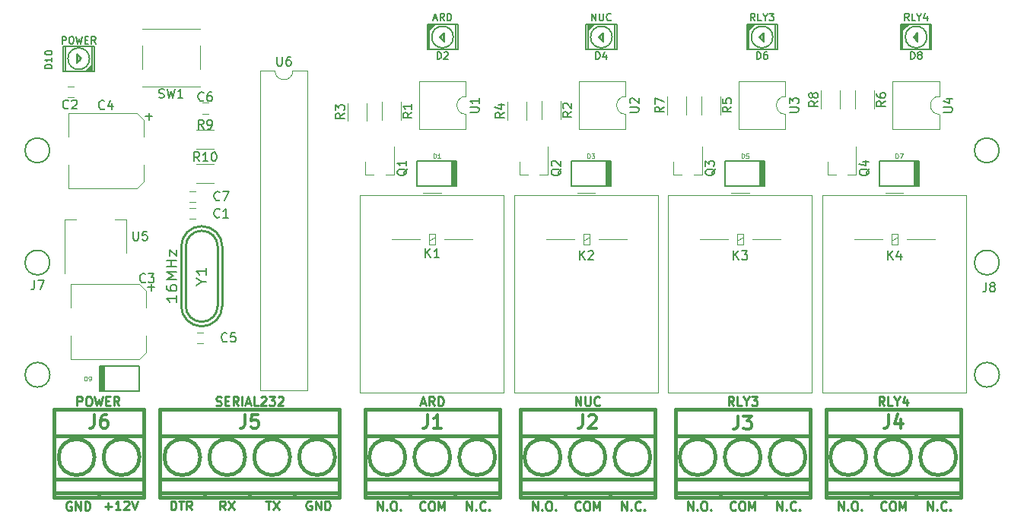
<source format=gbr>
G04 #@! TF.GenerationSoftware,KiCad,Pcbnew,(5.0.0)*
G04 #@! TF.CreationDate,2018-09-27T16:00:16-05:00*
G04 #@! TF.ProjectId,ArduinoBreadBoard,41726475696E6F4272656164426F6172,rev?*
G04 #@! TF.SameCoordinates,Original*
G04 #@! TF.FileFunction,Legend,Top*
G04 #@! TF.FilePolarity,Positive*
%FSLAX46Y46*%
G04 Gerber Fmt 4.6, Leading zero omitted, Abs format (unit mm)*
G04 Created by KiCad (PCBNEW (5.0.0)) date 09/27/18 16:00:16*
%MOMM*%
%LPD*%
G01*
G04 APERTURE LIST*
%ADD10C,0.250000*%
%ADD11C,0.120000*%
%ADD12C,0.198120*%
%ADD13C,0.254000*%
%ADD14C,0.381000*%
%ADD15C,0.127000*%
%ADD16C,0.150000*%
%ADD17C,0.149860*%
%ADD18C,0.152400*%
%ADD19C,0.300000*%
%ADD20C,0.119380*%
G04 APERTURE END LIST*
D10*
X182602285Y-116181142D02*
X182554666Y-116228761D01*
X182411809Y-116276380D01*
X182316571Y-116276380D01*
X182173714Y-116228761D01*
X182078476Y-116133523D01*
X182030857Y-116038285D01*
X181983238Y-115847809D01*
X181983238Y-115704952D01*
X182030857Y-115514476D01*
X182078476Y-115419238D01*
X182173714Y-115324000D01*
X182316571Y-115276380D01*
X182411809Y-115276380D01*
X182554666Y-115324000D01*
X182602285Y-115371619D01*
X183221333Y-115276380D02*
X183411809Y-115276380D01*
X183507047Y-115324000D01*
X183602285Y-115419238D01*
X183649904Y-115609714D01*
X183649904Y-115943047D01*
X183602285Y-116133523D01*
X183507047Y-116228761D01*
X183411809Y-116276380D01*
X183221333Y-116276380D01*
X183126095Y-116228761D01*
X183030857Y-116133523D01*
X182983238Y-115943047D01*
X182983238Y-115609714D01*
X183030857Y-115419238D01*
X183126095Y-115324000D01*
X183221333Y-115276380D01*
X184078476Y-116276380D02*
X184078476Y-115276380D01*
X184411809Y-115990666D01*
X184745142Y-115276380D01*
X184745142Y-116276380D01*
X177276285Y-116276380D02*
X177276285Y-115276380D01*
X177847714Y-116276380D01*
X177847714Y-115276380D01*
X178323904Y-116181142D02*
X178371523Y-116228761D01*
X178323904Y-116276380D01*
X178276285Y-116228761D01*
X178323904Y-116181142D01*
X178323904Y-116276380D01*
X178990571Y-115276380D02*
X179181047Y-115276380D01*
X179276285Y-115324000D01*
X179371523Y-115419238D01*
X179419142Y-115609714D01*
X179419142Y-115943047D01*
X179371523Y-116133523D01*
X179276285Y-116228761D01*
X179181047Y-116276380D01*
X178990571Y-116276380D01*
X178895333Y-116228761D01*
X178800095Y-116133523D01*
X178752476Y-115943047D01*
X178752476Y-115609714D01*
X178800095Y-115419238D01*
X178895333Y-115324000D01*
X178990571Y-115276380D01*
X179847714Y-116181142D02*
X179895333Y-116228761D01*
X179847714Y-116276380D01*
X179800095Y-116228761D01*
X179847714Y-116181142D01*
X179847714Y-116276380D01*
X187206095Y-116276380D02*
X187206095Y-115276380D01*
X187777523Y-116276380D01*
X187777523Y-115276380D01*
X188253714Y-116181142D02*
X188301333Y-116228761D01*
X188253714Y-116276380D01*
X188206095Y-116228761D01*
X188253714Y-116181142D01*
X188253714Y-116276380D01*
X189301333Y-116181142D02*
X189253714Y-116228761D01*
X189110857Y-116276380D01*
X189015619Y-116276380D01*
X188872761Y-116228761D01*
X188777523Y-116133523D01*
X188729904Y-116038285D01*
X188682285Y-115847809D01*
X188682285Y-115704952D01*
X188729904Y-115514476D01*
X188777523Y-115419238D01*
X188872761Y-115324000D01*
X189015619Y-115276380D01*
X189110857Y-115276380D01*
X189253714Y-115324000D01*
X189301333Y-115371619D01*
X189729904Y-116181142D02*
X189777523Y-116228761D01*
X189729904Y-116276380D01*
X189682285Y-116228761D01*
X189729904Y-116181142D01*
X189729904Y-116276380D01*
X160512285Y-116276380D02*
X160512285Y-115276380D01*
X161083714Y-116276380D01*
X161083714Y-115276380D01*
X161559904Y-116181142D02*
X161607523Y-116228761D01*
X161559904Y-116276380D01*
X161512285Y-116228761D01*
X161559904Y-116181142D01*
X161559904Y-116276380D01*
X162226571Y-115276380D02*
X162417047Y-115276380D01*
X162512285Y-115324000D01*
X162607523Y-115419238D01*
X162655142Y-115609714D01*
X162655142Y-115943047D01*
X162607523Y-116133523D01*
X162512285Y-116228761D01*
X162417047Y-116276380D01*
X162226571Y-116276380D01*
X162131333Y-116228761D01*
X162036095Y-116133523D01*
X161988476Y-115943047D01*
X161988476Y-115609714D01*
X162036095Y-115419238D01*
X162131333Y-115324000D01*
X162226571Y-115276380D01*
X163083714Y-116181142D02*
X163131333Y-116228761D01*
X163083714Y-116276380D01*
X163036095Y-116228761D01*
X163083714Y-116181142D01*
X163083714Y-116276380D01*
X165838285Y-116181142D02*
X165790666Y-116228761D01*
X165647809Y-116276380D01*
X165552571Y-116276380D01*
X165409714Y-116228761D01*
X165314476Y-116133523D01*
X165266857Y-116038285D01*
X165219238Y-115847809D01*
X165219238Y-115704952D01*
X165266857Y-115514476D01*
X165314476Y-115419238D01*
X165409714Y-115324000D01*
X165552571Y-115276380D01*
X165647809Y-115276380D01*
X165790666Y-115324000D01*
X165838285Y-115371619D01*
X166457333Y-115276380D02*
X166647809Y-115276380D01*
X166743047Y-115324000D01*
X166838285Y-115419238D01*
X166885904Y-115609714D01*
X166885904Y-115943047D01*
X166838285Y-116133523D01*
X166743047Y-116228761D01*
X166647809Y-116276380D01*
X166457333Y-116276380D01*
X166362095Y-116228761D01*
X166266857Y-116133523D01*
X166219238Y-115943047D01*
X166219238Y-115609714D01*
X166266857Y-115419238D01*
X166362095Y-115324000D01*
X166457333Y-115276380D01*
X167314476Y-116276380D02*
X167314476Y-115276380D01*
X167647809Y-115990666D01*
X167981142Y-115276380D01*
X167981142Y-116276380D01*
X170442095Y-116276380D02*
X170442095Y-115276380D01*
X171013523Y-116276380D01*
X171013523Y-115276380D01*
X171489714Y-116181142D02*
X171537333Y-116228761D01*
X171489714Y-116276380D01*
X171442095Y-116228761D01*
X171489714Y-116181142D01*
X171489714Y-116276380D01*
X172537333Y-116181142D02*
X172489714Y-116228761D01*
X172346857Y-116276380D01*
X172251619Y-116276380D01*
X172108761Y-116228761D01*
X172013523Y-116133523D01*
X171965904Y-116038285D01*
X171918285Y-115847809D01*
X171918285Y-115704952D01*
X171965904Y-115514476D01*
X172013523Y-115419238D01*
X172108761Y-115324000D01*
X172251619Y-115276380D01*
X172346857Y-115276380D01*
X172489714Y-115324000D01*
X172537333Y-115371619D01*
X172965904Y-116181142D02*
X173013523Y-116228761D01*
X172965904Y-116276380D01*
X172918285Y-116228761D01*
X172965904Y-116181142D01*
X172965904Y-116276380D01*
X153170095Y-116276380D02*
X153170095Y-115276380D01*
X153741523Y-116276380D01*
X153741523Y-115276380D01*
X154217714Y-116181142D02*
X154265333Y-116228761D01*
X154217714Y-116276380D01*
X154170095Y-116228761D01*
X154217714Y-116181142D01*
X154217714Y-116276380D01*
X155265333Y-116181142D02*
X155217714Y-116228761D01*
X155074857Y-116276380D01*
X154979619Y-116276380D01*
X154836761Y-116228761D01*
X154741523Y-116133523D01*
X154693904Y-116038285D01*
X154646285Y-115847809D01*
X154646285Y-115704952D01*
X154693904Y-115514476D01*
X154741523Y-115419238D01*
X154836761Y-115324000D01*
X154979619Y-115276380D01*
X155074857Y-115276380D01*
X155217714Y-115324000D01*
X155265333Y-115371619D01*
X155693904Y-116181142D02*
X155741523Y-116228761D01*
X155693904Y-116276380D01*
X155646285Y-116228761D01*
X155693904Y-116181142D01*
X155693904Y-116276380D01*
X143240285Y-116276380D02*
X143240285Y-115276380D01*
X143811714Y-116276380D01*
X143811714Y-115276380D01*
X144287904Y-116181142D02*
X144335523Y-116228761D01*
X144287904Y-116276380D01*
X144240285Y-116228761D01*
X144287904Y-116181142D01*
X144287904Y-116276380D01*
X144954571Y-115276380D02*
X145145047Y-115276380D01*
X145240285Y-115324000D01*
X145335523Y-115419238D01*
X145383142Y-115609714D01*
X145383142Y-115943047D01*
X145335523Y-116133523D01*
X145240285Y-116228761D01*
X145145047Y-116276380D01*
X144954571Y-116276380D01*
X144859333Y-116228761D01*
X144764095Y-116133523D01*
X144716476Y-115943047D01*
X144716476Y-115609714D01*
X144764095Y-115419238D01*
X144859333Y-115324000D01*
X144954571Y-115276380D01*
X145811714Y-116181142D02*
X145859333Y-116228761D01*
X145811714Y-116276380D01*
X145764095Y-116228761D01*
X145811714Y-116181142D01*
X145811714Y-116276380D01*
X148566285Y-116181142D02*
X148518666Y-116228761D01*
X148375809Y-116276380D01*
X148280571Y-116276380D01*
X148137714Y-116228761D01*
X148042476Y-116133523D01*
X147994857Y-116038285D01*
X147947238Y-115847809D01*
X147947238Y-115704952D01*
X147994857Y-115514476D01*
X148042476Y-115419238D01*
X148137714Y-115324000D01*
X148280571Y-115276380D01*
X148375809Y-115276380D01*
X148518666Y-115324000D01*
X148566285Y-115371619D01*
X149185333Y-115276380D02*
X149375809Y-115276380D01*
X149471047Y-115324000D01*
X149566285Y-115419238D01*
X149613904Y-115609714D01*
X149613904Y-115943047D01*
X149566285Y-116133523D01*
X149471047Y-116228761D01*
X149375809Y-116276380D01*
X149185333Y-116276380D01*
X149090095Y-116228761D01*
X148994857Y-116133523D01*
X148947238Y-115943047D01*
X148947238Y-115609714D01*
X148994857Y-115419238D01*
X149090095Y-115324000D01*
X149185333Y-115276380D01*
X150042476Y-116276380D02*
X150042476Y-115276380D01*
X150375809Y-115990666D01*
X150709142Y-115276380D01*
X150709142Y-116276380D01*
X131294285Y-116181142D02*
X131246666Y-116228761D01*
X131103809Y-116276380D01*
X131008571Y-116276380D01*
X130865714Y-116228761D01*
X130770476Y-116133523D01*
X130722857Y-116038285D01*
X130675238Y-115847809D01*
X130675238Y-115704952D01*
X130722857Y-115514476D01*
X130770476Y-115419238D01*
X130865714Y-115324000D01*
X131008571Y-115276380D01*
X131103809Y-115276380D01*
X131246666Y-115324000D01*
X131294285Y-115371619D01*
X131913333Y-115276380D02*
X132103809Y-115276380D01*
X132199047Y-115324000D01*
X132294285Y-115419238D01*
X132341904Y-115609714D01*
X132341904Y-115943047D01*
X132294285Y-116133523D01*
X132199047Y-116228761D01*
X132103809Y-116276380D01*
X131913333Y-116276380D01*
X131818095Y-116228761D01*
X131722857Y-116133523D01*
X131675238Y-115943047D01*
X131675238Y-115609714D01*
X131722857Y-115419238D01*
X131818095Y-115324000D01*
X131913333Y-115276380D01*
X132770476Y-116276380D02*
X132770476Y-115276380D01*
X133103809Y-115990666D01*
X133437142Y-115276380D01*
X133437142Y-116276380D01*
X135898095Y-116276380D02*
X135898095Y-115276380D01*
X136469523Y-116276380D01*
X136469523Y-115276380D01*
X136945714Y-116181142D02*
X136993333Y-116228761D01*
X136945714Y-116276380D01*
X136898095Y-116228761D01*
X136945714Y-116181142D01*
X136945714Y-116276380D01*
X137993333Y-116181142D02*
X137945714Y-116228761D01*
X137802857Y-116276380D01*
X137707619Y-116276380D01*
X137564761Y-116228761D01*
X137469523Y-116133523D01*
X137421904Y-116038285D01*
X137374285Y-115847809D01*
X137374285Y-115704952D01*
X137421904Y-115514476D01*
X137469523Y-115419238D01*
X137564761Y-115324000D01*
X137707619Y-115276380D01*
X137802857Y-115276380D01*
X137945714Y-115324000D01*
X137993333Y-115371619D01*
X138421904Y-116181142D02*
X138469523Y-116228761D01*
X138421904Y-116276380D01*
X138374285Y-116228761D01*
X138421904Y-116181142D01*
X138421904Y-116276380D01*
X125968285Y-116276380D02*
X125968285Y-115276380D01*
X126539714Y-116276380D01*
X126539714Y-115276380D01*
X127015904Y-116181142D02*
X127063523Y-116228761D01*
X127015904Y-116276380D01*
X126968285Y-116228761D01*
X127015904Y-116181142D01*
X127015904Y-116276380D01*
X127682571Y-115276380D02*
X127873047Y-115276380D01*
X127968285Y-115324000D01*
X128063523Y-115419238D01*
X128111142Y-115609714D01*
X128111142Y-115943047D01*
X128063523Y-116133523D01*
X127968285Y-116228761D01*
X127873047Y-116276380D01*
X127682571Y-116276380D01*
X127587333Y-116228761D01*
X127492095Y-116133523D01*
X127444476Y-115943047D01*
X127444476Y-115609714D01*
X127492095Y-115419238D01*
X127587333Y-115324000D01*
X127682571Y-115276380D01*
X128539714Y-116181142D02*
X128587333Y-116228761D01*
X128539714Y-116276380D01*
X128492095Y-116228761D01*
X128539714Y-116181142D01*
X128539714Y-116276380D01*
X118618095Y-115273200D02*
X118522857Y-115225580D01*
X118380000Y-115225580D01*
X118237142Y-115273200D01*
X118141904Y-115368438D01*
X118094285Y-115463676D01*
X118046666Y-115654152D01*
X118046666Y-115797009D01*
X118094285Y-115987485D01*
X118141904Y-116082723D01*
X118237142Y-116177961D01*
X118380000Y-116225580D01*
X118475238Y-116225580D01*
X118618095Y-116177961D01*
X118665714Y-116130342D01*
X118665714Y-115797009D01*
X118475238Y-115797009D01*
X119094285Y-116225580D02*
X119094285Y-115225580D01*
X119665714Y-116225580D01*
X119665714Y-115225580D01*
X120141904Y-116225580D02*
X120141904Y-115225580D01*
X120380000Y-115225580D01*
X120522857Y-115273200D01*
X120618095Y-115368438D01*
X120665714Y-115463676D01*
X120713333Y-115654152D01*
X120713333Y-115797009D01*
X120665714Y-115987485D01*
X120618095Y-116082723D01*
X120522857Y-116177961D01*
X120380000Y-116225580D01*
X120141904Y-116225580D01*
X113538095Y-115225580D02*
X114109523Y-115225580D01*
X113823809Y-116225580D02*
X113823809Y-115225580D01*
X114347619Y-115225580D02*
X115014285Y-116225580D01*
X115014285Y-115225580D02*
X114347619Y-116225580D01*
X109053333Y-116225580D02*
X108720000Y-115749390D01*
X108481904Y-116225580D02*
X108481904Y-115225580D01*
X108862857Y-115225580D01*
X108958095Y-115273200D01*
X109005714Y-115320819D01*
X109053333Y-115416057D01*
X109053333Y-115558914D01*
X109005714Y-115654152D01*
X108958095Y-115701771D01*
X108862857Y-115749390D01*
X108481904Y-115749390D01*
X109386666Y-115225580D02*
X110053333Y-116225580D01*
X110053333Y-115225580D02*
X109386666Y-116225580D01*
X102997142Y-116225580D02*
X102997142Y-115225580D01*
X103235238Y-115225580D01*
X103378095Y-115273200D01*
X103473333Y-115368438D01*
X103520952Y-115463676D01*
X103568571Y-115654152D01*
X103568571Y-115797009D01*
X103520952Y-115987485D01*
X103473333Y-116082723D01*
X103378095Y-116177961D01*
X103235238Y-116225580D01*
X102997142Y-116225580D01*
X103854285Y-115225580D02*
X104425714Y-115225580D01*
X104140000Y-116225580D02*
X104140000Y-115225580D01*
X105330476Y-116225580D02*
X104997142Y-115749390D01*
X104759047Y-116225580D02*
X104759047Y-115225580D01*
X105140000Y-115225580D01*
X105235238Y-115273200D01*
X105282857Y-115320819D01*
X105330476Y-115416057D01*
X105330476Y-115558914D01*
X105282857Y-115654152D01*
X105235238Y-115701771D01*
X105140000Y-115749390D01*
X104759047Y-115749390D01*
X95621695Y-115844628D02*
X96383600Y-115844628D01*
X96002647Y-116225580D02*
X96002647Y-115463676D01*
X97383600Y-116225580D02*
X96812171Y-116225580D01*
X97097885Y-116225580D02*
X97097885Y-115225580D01*
X97002647Y-115368438D01*
X96907409Y-115463676D01*
X96812171Y-115511295D01*
X97764552Y-115320819D02*
X97812171Y-115273200D01*
X97907409Y-115225580D01*
X98145504Y-115225580D01*
X98240742Y-115273200D01*
X98288361Y-115320819D01*
X98335980Y-115416057D01*
X98335980Y-115511295D01*
X98288361Y-115654152D01*
X97716933Y-116225580D01*
X98335980Y-116225580D01*
X98621695Y-115225580D02*
X98955028Y-116225580D01*
X99288361Y-115225580D01*
X91897295Y-115324000D02*
X91802057Y-115276380D01*
X91659200Y-115276380D01*
X91516342Y-115324000D01*
X91421104Y-115419238D01*
X91373485Y-115514476D01*
X91325866Y-115704952D01*
X91325866Y-115847809D01*
X91373485Y-116038285D01*
X91421104Y-116133523D01*
X91516342Y-116228761D01*
X91659200Y-116276380D01*
X91754438Y-116276380D01*
X91897295Y-116228761D01*
X91944914Y-116181142D01*
X91944914Y-115847809D01*
X91754438Y-115847809D01*
X92373485Y-116276380D02*
X92373485Y-115276380D01*
X92944914Y-116276380D01*
X92944914Y-115276380D01*
X93421104Y-116276380D02*
X93421104Y-115276380D01*
X93659200Y-115276380D01*
X93802057Y-115324000D01*
X93897295Y-115419238D01*
X93944914Y-115514476D01*
X93992533Y-115704952D01*
X93992533Y-115847809D01*
X93944914Y-116038285D01*
X93897295Y-116133523D01*
X93802057Y-116228761D01*
X93659200Y-116276380D01*
X93421104Y-116276380D01*
D11*
G04 #@! TO.C,K3*
X166020000Y-86220000D02*
X166720000Y-85820000D01*
X166720000Y-86620000D02*
X166720000Y-85420000D01*
X166720000Y-85420000D02*
X166020000Y-85420000D01*
X166020000Y-85420000D02*
X166020000Y-86620000D01*
X166020000Y-86620000D02*
X166720000Y-86620000D01*
X165370000Y-80910000D02*
X167370000Y-80910000D01*
X161870000Y-86020000D02*
X165020000Y-86020000D01*
X167720000Y-86020000D02*
X170870000Y-86020000D01*
X166370000Y-81153000D02*
X158369000Y-81153000D01*
X158343600Y-81153000D02*
X158343600Y-103174800D01*
X158343600Y-103174800D02*
X174345600Y-103174800D01*
X174345600Y-103174800D02*
X174345600Y-81153000D01*
X174345600Y-81153000D02*
X166344600Y-81153000D01*
G04 #@! TO.C,K4*
X191490600Y-81153000D02*
X183489600Y-81153000D01*
X191490600Y-103174800D02*
X191490600Y-81153000D01*
X175488600Y-103174800D02*
X191490600Y-103174800D01*
X175488600Y-81153000D02*
X175488600Y-103174800D01*
X183515000Y-81153000D02*
X175514000Y-81153000D01*
X184865000Y-86020000D02*
X188015000Y-86020000D01*
X179015000Y-86020000D02*
X182165000Y-86020000D01*
X182515000Y-80910000D02*
X184515000Y-80910000D01*
X183165000Y-86620000D02*
X183865000Y-86620000D01*
X183165000Y-85420000D02*
X183165000Y-86620000D01*
X183865000Y-85420000D02*
X183165000Y-85420000D01*
X183865000Y-86620000D02*
X183865000Y-85420000D01*
X183165000Y-86220000D02*
X183865000Y-85820000D01*
G04 #@! TO.C,R2*
X144218000Y-72660000D02*
X144218000Y-70660000D01*
X146358000Y-70660000D02*
X146358000Y-72660000D01*
G04 #@! TO.C,C5*
X106588000Y-97628000D02*
X105888000Y-97628000D01*
X105888000Y-96428000D02*
X106588000Y-96428000D01*
G04 #@! TO.C,C6*
X106457000Y-70837500D02*
X107157000Y-70837500D01*
X107157000Y-72037500D02*
X106457000Y-72037500D01*
G04 #@! TO.C,K1*
X131730000Y-86220000D02*
X132430000Y-85820000D01*
X132430000Y-86620000D02*
X132430000Y-85420000D01*
X132430000Y-85420000D02*
X131730000Y-85420000D01*
X131730000Y-85420000D02*
X131730000Y-86620000D01*
X131730000Y-86620000D02*
X132430000Y-86620000D01*
X131080000Y-80910000D02*
X133080000Y-80910000D01*
X127580000Y-86020000D02*
X130730000Y-86020000D01*
X133430000Y-86020000D02*
X136580000Y-86020000D01*
X132080000Y-81153000D02*
X124079000Y-81153000D01*
X124053600Y-81153000D02*
X124053600Y-103174800D01*
X124053600Y-103174800D02*
X140055600Y-103174800D01*
X140055600Y-103174800D02*
X140055600Y-81153000D01*
X140055600Y-81153000D02*
X132054600Y-81153000D01*
G04 #@! TO.C,R1*
X128578000Y-70755000D02*
X128578000Y-72755000D01*
X126438000Y-72755000D02*
X126438000Y-70755000D01*
D12*
G04 #@! TO.C,D4*
X150801940Y-63299340D02*
X150801940Y-63700660D01*
X151000060Y-63200280D02*
X151000060Y-63799720D01*
X149399860Y-62100460D02*
X149399860Y-64899540D01*
X152402140Y-64899540D02*
X152402140Y-62100460D01*
X152099880Y-63500000D02*
G75*
G03X152099880Y-63500000I-1198880J0D01*
G01*
X151099120Y-64000380D02*
X151099120Y-62999620D01*
X151099120Y-62999620D02*
X150601280Y-63500000D01*
X150601280Y-63500000D02*
X151099120Y-64000380D01*
X150100900Y-62100460D02*
X149402400Y-62798960D01*
X149702120Y-62100460D02*
X149402400Y-62400180D01*
X149402400Y-62301120D02*
X149600520Y-62100460D01*
X149902780Y-62100460D02*
X149402400Y-62600840D01*
X152600260Y-64899540D02*
X152600260Y-62100460D01*
X152600260Y-62100460D02*
X149201740Y-62100460D01*
X149201740Y-62100460D02*
X149201740Y-64899540D01*
X149201740Y-64897000D02*
X152600260Y-64897000D01*
D11*
G04 #@! TO.C,Q1*
X124658000Y-78865000D02*
X125588000Y-78865000D01*
X127818000Y-78865000D02*
X126888000Y-78865000D01*
X127818000Y-78865000D02*
X127818000Y-75705000D01*
X124658000Y-78865000D02*
X124658000Y-77405000D01*
G04 #@! TO.C,R3*
X122628000Y-72850000D02*
X122628000Y-70850000D01*
X124768000Y-70850000D02*
X124768000Y-72850000D01*
G04 #@! TO.C,R4*
X142548000Y-70755000D02*
X142548000Y-72755000D01*
X140408000Y-72755000D02*
X140408000Y-70755000D01*
G04 #@! TO.C,R5*
X164138000Y-70120000D02*
X164138000Y-72120000D01*
X161998000Y-72120000D02*
X161998000Y-70120000D01*
G04 #@! TO.C,U3*
X171383000Y-73770000D02*
X171383000Y-72120000D01*
X166183000Y-73770000D02*
X171383000Y-73770000D01*
X166183000Y-68470000D02*
X166183000Y-73770000D01*
X171383000Y-68470000D02*
X166183000Y-68470000D01*
X171383000Y-70120000D02*
X171383000Y-68470000D01*
X171383000Y-72120000D02*
G75*
G02X171383000Y-70120000I0J1000000D01*
G01*
D13*
G04 #@! TO.C,Y1*
X106426000Y-95758000D02*
G75*
G03X108712000Y-93472000I0J2286000D01*
G01*
X104648000Y-86868000D02*
X104648000Y-93472000D01*
X108204000Y-93472000D02*
X108204000Y-86868000D01*
X104648000Y-93472000D02*
G75*
G03X106426000Y-95250000I1778000J0D01*
G01*
X106426000Y-95250000D02*
G75*
G03X108204000Y-93472000I0J1778000D01*
G01*
X106426000Y-85090000D02*
G75*
G03X104648000Y-86868000I0J-1778000D01*
G01*
X108204000Y-86868000D02*
G75*
G03X106426000Y-85090000I-1778000J0D01*
G01*
X104140000Y-93472000D02*
G75*
G03X106426000Y-95758000I2286000J0D01*
G01*
X104140000Y-93472000D02*
X104140000Y-86868000D01*
X108712000Y-86868000D02*
X108712000Y-93472000D01*
X106426000Y-84582000D02*
G75*
G03X104140000Y-86868000I0J-2286000D01*
G01*
X108712000Y-86868000D02*
G75*
G03X106426000Y-84582000I-2286000J0D01*
G01*
D14*
G04 #@! TO.C,J4*
X190388000Y-110336000D02*
G75*
G03X190388000Y-110336000I-2000000J0D01*
G01*
X185888000Y-114336000D02*
X185888000Y-114836000D01*
X180888000Y-114336000D02*
X180888000Y-114836000D01*
X185388000Y-110336000D02*
G75*
G03X185388000Y-110336000I-2000000J0D01*
G01*
X180388000Y-110336000D02*
G75*
G03X180388000Y-110336000I-2000000J0D01*
G01*
X175888000Y-112836000D02*
X190888000Y-112836000D01*
X175888000Y-107936000D02*
X190888000Y-107936000D01*
X175888000Y-114336000D02*
X190888000Y-114336000D01*
X175888000Y-114836000D02*
X190888000Y-114836000D01*
X190888000Y-114836000D02*
X190888000Y-105036000D01*
X190888000Y-105036000D02*
X175888000Y-105036000D01*
X175888000Y-105036000D02*
X175888000Y-114836000D01*
D15*
G04 #@! TO.C,D7*
X186222640Y-80139540D02*
X186222640Y-77340460D01*
X181823360Y-80139540D02*
X186222640Y-80139540D01*
X181823360Y-77340460D02*
X181823360Y-80139540D01*
X186222640Y-77340460D02*
X181823360Y-77340460D01*
X185722260Y-77340460D02*
X185722260Y-80139540D01*
X185823860Y-77340460D02*
X185823860Y-80139540D01*
X185922920Y-80139540D02*
X185922920Y-77340460D01*
X186021980Y-77340460D02*
X186021980Y-80139540D01*
X186123580Y-80139540D02*
X186123580Y-77340460D01*
G04 #@! TO.C,D9*
X95181420Y-100200460D02*
X95181420Y-102999540D01*
X95283020Y-102999540D02*
X95283020Y-100200460D01*
X95382080Y-100200460D02*
X95382080Y-102999540D01*
X95481140Y-102999540D02*
X95481140Y-100200460D01*
X95582740Y-102999540D02*
X95582740Y-100200460D01*
X95082360Y-102999540D02*
X99481640Y-102999540D01*
X99481640Y-102999540D02*
X99481640Y-100200460D01*
X99481640Y-100200460D02*
X95082360Y-100200460D01*
X95082360Y-100200460D02*
X95082360Y-102999540D01*
D14*
G04 #@! TO.C,J3*
X173624000Y-110336000D02*
G75*
G03X173624000Y-110336000I-2000000J0D01*
G01*
X169124000Y-114336000D02*
X169124000Y-114836000D01*
X164124000Y-114336000D02*
X164124000Y-114836000D01*
X168624000Y-110336000D02*
G75*
G03X168624000Y-110336000I-2000000J0D01*
G01*
X163624000Y-110336000D02*
G75*
G03X163624000Y-110336000I-2000000J0D01*
G01*
X159124000Y-112836000D02*
X174124000Y-112836000D01*
X159124000Y-107936000D02*
X174124000Y-107936000D01*
X159124000Y-114336000D02*
X174124000Y-114336000D01*
X159124000Y-114836000D02*
X174124000Y-114836000D01*
X174124000Y-114836000D02*
X174124000Y-105036000D01*
X174124000Y-105036000D02*
X159124000Y-105036000D01*
X159124000Y-105036000D02*
X159124000Y-114836000D01*
D11*
G04 #@! TO.C,K2*
X148875000Y-86220000D02*
X149575000Y-85820000D01*
X149575000Y-86620000D02*
X149575000Y-85420000D01*
X149575000Y-85420000D02*
X148875000Y-85420000D01*
X148875000Y-85420000D02*
X148875000Y-86620000D01*
X148875000Y-86620000D02*
X149575000Y-86620000D01*
X148225000Y-80910000D02*
X150225000Y-80910000D01*
X144725000Y-86020000D02*
X147875000Y-86020000D01*
X150575000Y-86020000D02*
X153725000Y-86020000D01*
X149225000Y-81153000D02*
X141224000Y-81153000D01*
X141198600Y-81153000D02*
X141198600Y-103174800D01*
X141198600Y-103174800D02*
X157200600Y-103174800D01*
X157200600Y-103174800D02*
X157200600Y-81153000D01*
X157200600Y-81153000D02*
X149199600Y-81153000D01*
G04 #@! TO.C,Q2*
X141803000Y-78865000D02*
X142733000Y-78865000D01*
X144963000Y-78865000D02*
X144033000Y-78865000D01*
X144963000Y-78865000D02*
X144963000Y-75705000D01*
X141803000Y-78865000D02*
X141803000Y-77405000D01*
G04 #@! TO.C,Q3*
X158948000Y-78865000D02*
X159878000Y-78865000D01*
X162108000Y-78865000D02*
X161178000Y-78865000D01*
X162108000Y-78865000D02*
X162108000Y-75705000D01*
X158948000Y-78865000D02*
X158948000Y-77405000D01*
G04 #@! TO.C,Q4*
X176093000Y-78865000D02*
X176093000Y-77405000D01*
X179253000Y-78865000D02*
X179253000Y-75705000D01*
X179253000Y-78865000D02*
X178323000Y-78865000D01*
X176093000Y-78865000D02*
X177023000Y-78865000D01*
G04 #@! TO.C,R6*
X181283000Y-69485000D02*
X181283000Y-71485000D01*
X179143000Y-71485000D02*
X179143000Y-69485000D01*
G04 #@! TO.C,R7*
X160328000Y-70120000D02*
X160328000Y-72120000D01*
X158188000Y-72120000D02*
X158188000Y-70120000D01*
G04 #@! TO.C,R8*
X175333000Y-71485000D02*
X175333000Y-69485000D01*
X177473000Y-69485000D02*
X177473000Y-71485000D01*
G04 #@! TO.C,R9*
X105807000Y-73860000D02*
X107807000Y-73860000D01*
X107807000Y-76000000D02*
X105807000Y-76000000D01*
G04 #@! TO.C,R10*
X105807000Y-77670000D02*
X107807000Y-77670000D01*
X107807000Y-79810000D02*
X105807000Y-79810000D01*
G04 #@! TO.C,U4*
X188528000Y-73770000D02*
X188528000Y-72120000D01*
X183328000Y-73770000D02*
X188528000Y-73770000D01*
X183328000Y-68470000D02*
X183328000Y-73770000D01*
X188528000Y-68470000D02*
X183328000Y-68470000D01*
X188528000Y-70120000D02*
X188528000Y-68470000D01*
X188528000Y-72120000D02*
G75*
G02X188528000Y-70120000I0J1000000D01*
G01*
D12*
G04 #@! TO.C,D2*
X131523740Y-64897000D02*
X134922260Y-64897000D01*
X131523740Y-62100460D02*
X131523740Y-64899540D01*
X134922260Y-62100460D02*
X131523740Y-62100460D01*
X134922260Y-64899540D02*
X134922260Y-62100460D01*
X132224780Y-62100460D02*
X131724400Y-62600840D01*
X131724400Y-62301120D02*
X131922520Y-62100460D01*
X132024120Y-62100460D02*
X131724400Y-62400180D01*
X132422900Y-62100460D02*
X131724400Y-62798960D01*
X132923280Y-63500000D02*
X133421120Y-64000380D01*
X133421120Y-62999620D02*
X132923280Y-63500000D01*
X133421120Y-64000380D02*
X133421120Y-62999620D01*
X134421880Y-63500000D02*
G75*
G03X134421880Y-63500000I-1198880J0D01*
G01*
X134724140Y-64899540D02*
X134724140Y-62100460D01*
X131721860Y-62100460D02*
X131721860Y-64899540D01*
X133322060Y-63200280D02*
X133322060Y-63799720D01*
X133123940Y-63299340D02*
X133123940Y-63700660D01*
D14*
G04 #@! TO.C,J1*
X124580000Y-105036000D02*
X124580000Y-114836000D01*
X139580000Y-105036000D02*
X124580000Y-105036000D01*
X139580000Y-114836000D02*
X139580000Y-105036000D01*
X124580000Y-114836000D02*
X139580000Y-114836000D01*
X124580000Y-114336000D02*
X139580000Y-114336000D01*
X124580000Y-107936000D02*
X139580000Y-107936000D01*
X124580000Y-112836000D02*
X139580000Y-112836000D01*
X129080000Y-110336000D02*
G75*
G03X129080000Y-110336000I-2000000J0D01*
G01*
X134080000Y-110336000D02*
G75*
G03X134080000Y-110336000I-2000000J0D01*
G01*
X129580000Y-114336000D02*
X129580000Y-114836000D01*
X134580000Y-114336000D02*
X134580000Y-114836000D01*
X139080000Y-110336000D02*
G75*
G03X139080000Y-110336000I-2000000J0D01*
G01*
G04 #@! TO.C,J2*
X156352000Y-110336000D02*
G75*
G03X156352000Y-110336000I-2000000J0D01*
G01*
X151852000Y-114336000D02*
X151852000Y-114836000D01*
X146852000Y-114336000D02*
X146852000Y-114836000D01*
X151352000Y-110336000D02*
G75*
G03X151352000Y-110336000I-2000000J0D01*
G01*
X146352000Y-110336000D02*
G75*
G03X146352000Y-110336000I-2000000J0D01*
G01*
X141852000Y-112836000D02*
X156852000Y-112836000D01*
X141852000Y-107936000D02*
X156852000Y-107936000D01*
X141852000Y-114336000D02*
X156852000Y-114336000D01*
X141852000Y-114836000D02*
X156852000Y-114836000D01*
X156852000Y-114836000D02*
X156852000Y-105036000D01*
X156852000Y-105036000D02*
X141852000Y-105036000D01*
X141852000Y-105036000D02*
X141852000Y-114836000D01*
D11*
G04 #@! TO.C,U1*
X135823000Y-73770000D02*
X135823000Y-72120000D01*
X130623000Y-73770000D02*
X135823000Y-73770000D01*
X130623000Y-68470000D02*
X130623000Y-73770000D01*
X135823000Y-68470000D02*
X130623000Y-68470000D01*
X135823000Y-70120000D02*
X135823000Y-68470000D01*
X135823000Y-72120000D02*
G75*
G02X135823000Y-70120000I0J1000000D01*
G01*
G04 #@! TO.C,U2*
X153603000Y-72120000D02*
G75*
G02X153603000Y-70120000I0J1000000D01*
G01*
X153603000Y-70120000D02*
X153603000Y-68470000D01*
X153603000Y-68470000D02*
X148403000Y-68470000D01*
X148403000Y-68470000D02*
X148403000Y-73770000D01*
X148403000Y-73770000D02*
X153603000Y-73770000D01*
X153603000Y-73770000D02*
X153603000Y-72120000D01*
G04 #@! TO.C,C1*
X105060000Y-82585000D02*
X105760000Y-82585000D01*
X105760000Y-83785000D02*
X105060000Y-83785000D01*
G04 #@! TO.C,C2*
X91471000Y-69046800D02*
X92171000Y-69046800D01*
X92171000Y-70246800D02*
X91471000Y-70246800D01*
D15*
G04 #@! TO.C,D1*
X134787640Y-80139540D02*
X134787640Y-77340460D01*
X130388360Y-80139540D02*
X134787640Y-80139540D01*
X130388360Y-77340460D02*
X130388360Y-80139540D01*
X134787640Y-77340460D02*
X130388360Y-77340460D01*
X134287260Y-77340460D02*
X134287260Y-80139540D01*
X134388860Y-77340460D02*
X134388860Y-80139540D01*
X134487920Y-80139540D02*
X134487920Y-77340460D01*
X134586980Y-77340460D02*
X134586980Y-80139540D01*
X134688580Y-80139540D02*
X134688580Y-77340460D01*
G04 #@! TO.C,D3*
X151833580Y-80139540D02*
X151833580Y-77340460D01*
X151731980Y-77340460D02*
X151731980Y-80139540D01*
X151632920Y-80139540D02*
X151632920Y-77340460D01*
X151533860Y-77340460D02*
X151533860Y-80139540D01*
X151432260Y-77340460D02*
X151432260Y-80139540D01*
X151932640Y-77340460D02*
X147533360Y-77340460D01*
X147533360Y-77340460D02*
X147533360Y-80139540D01*
X147533360Y-80139540D02*
X151932640Y-80139540D01*
X151932640Y-80139540D02*
X151932640Y-77340460D01*
G04 #@! TO.C,D5*
X168978580Y-80139540D02*
X168978580Y-77340460D01*
X168876980Y-77340460D02*
X168876980Y-80139540D01*
X168777920Y-80139540D02*
X168777920Y-77340460D01*
X168678860Y-77340460D02*
X168678860Y-80139540D01*
X168577260Y-77340460D02*
X168577260Y-80139540D01*
X169077640Y-77340460D02*
X164678360Y-77340460D01*
X164678360Y-77340460D02*
X164678360Y-80139540D01*
X164678360Y-80139540D02*
X169077640Y-80139540D01*
X169077640Y-80139540D02*
X169077640Y-77340460D01*
D12*
G04 #@! TO.C,D6*
X168683940Y-63299340D02*
X168683940Y-63700660D01*
X168882060Y-63200280D02*
X168882060Y-63799720D01*
X167281860Y-62100460D02*
X167281860Y-64899540D01*
X170284140Y-64899540D02*
X170284140Y-62100460D01*
X169981880Y-63500000D02*
G75*
G03X169981880Y-63500000I-1198880J0D01*
G01*
X168981120Y-64000380D02*
X168981120Y-62999620D01*
X168981120Y-62999620D02*
X168483280Y-63500000D01*
X168483280Y-63500000D02*
X168981120Y-64000380D01*
X167982900Y-62100460D02*
X167284400Y-62798960D01*
X167584120Y-62100460D02*
X167284400Y-62400180D01*
X167284400Y-62301120D02*
X167482520Y-62100460D01*
X167784780Y-62100460D02*
X167284400Y-62600840D01*
X170482260Y-64899540D02*
X170482260Y-62100460D01*
X170482260Y-62100460D02*
X167083740Y-62100460D01*
X167083740Y-62100460D02*
X167083740Y-64899540D01*
X167083740Y-64897000D02*
X170482260Y-64897000D01*
G04 #@! TO.C,D8*
X184228740Y-64897000D02*
X187627260Y-64897000D01*
X184228740Y-62100460D02*
X184228740Y-64899540D01*
X187627260Y-62100460D02*
X184228740Y-62100460D01*
X187627260Y-64899540D02*
X187627260Y-62100460D01*
X184929780Y-62100460D02*
X184429400Y-62600840D01*
X184429400Y-62301120D02*
X184627520Y-62100460D01*
X184729120Y-62100460D02*
X184429400Y-62400180D01*
X185127900Y-62100460D02*
X184429400Y-62798960D01*
X185628280Y-63500000D02*
X186126120Y-64000380D01*
X186126120Y-62999620D02*
X185628280Y-63500000D01*
X186126120Y-64000380D02*
X186126120Y-62999620D01*
X187126880Y-63500000D02*
G75*
G03X187126880Y-63500000I-1198880J0D01*
G01*
X187429140Y-64899540D02*
X187429140Y-62100460D01*
X184426860Y-62100460D02*
X184426860Y-64899540D01*
X186027060Y-63200280D02*
X186027060Y-63799720D01*
X185828940Y-63299340D02*
X185828940Y-63700660D01*
G04 #@! TO.C,D10*
X92834460Y-66113660D02*
X92834460Y-65712340D01*
X92636340Y-66212720D02*
X92636340Y-65613280D01*
X94236540Y-67312540D02*
X94236540Y-64513460D01*
X91234260Y-64513460D02*
X91234260Y-67312540D01*
X93934280Y-65913000D02*
G75*
G03X93934280Y-65913000I-1198880J0D01*
G01*
X92537280Y-65412620D02*
X92537280Y-66413380D01*
X92537280Y-66413380D02*
X93035120Y-65913000D01*
X93035120Y-65913000D02*
X92537280Y-65412620D01*
X93535500Y-67312540D02*
X94234000Y-66614040D01*
X93934280Y-67312540D02*
X94234000Y-67012820D01*
X94234000Y-67111880D02*
X94035880Y-67312540D01*
X93733620Y-67312540D02*
X94234000Y-66812160D01*
X91036140Y-64513460D02*
X91036140Y-67312540D01*
X91036140Y-67312540D02*
X94434660Y-67312540D01*
X94434660Y-67312540D02*
X94434660Y-64513460D01*
X94434660Y-64516000D02*
X91036140Y-64516000D01*
D14*
G04 #@! TO.C,J5*
X116760000Y-114336000D02*
X116760000Y-114836000D01*
X121260000Y-110336000D02*
G75*
G03X121260000Y-110336000I-2000000J0D01*
G01*
X116260000Y-110336000D02*
G75*
G03X116260000Y-110336000I-2000000J0D01*
G01*
X111760000Y-114336000D02*
X111760000Y-114836000D01*
X106760000Y-114336000D02*
X106760000Y-114836000D01*
X111260000Y-110336000D02*
G75*
G03X111260000Y-110336000I-2000000J0D01*
G01*
X106260000Y-110336000D02*
G75*
G03X106260000Y-110336000I-2000000J0D01*
G01*
X101760000Y-112836000D02*
X121760000Y-112836000D01*
X101760000Y-107936000D02*
X121760000Y-107936000D01*
X101760000Y-114336000D02*
X121760000Y-114336000D01*
X101760000Y-114836000D02*
X121760000Y-114836000D01*
X121760000Y-114836000D02*
X121760000Y-105036000D01*
X121760000Y-105036000D02*
X101760000Y-105036000D01*
X101760000Y-105036000D02*
X101760000Y-114836000D01*
G04 #@! TO.C,J6*
X94996000Y-114336000D02*
X94996000Y-114836000D01*
X99496000Y-110336000D02*
G75*
G03X99496000Y-110336000I-2000000J0D01*
G01*
X94496000Y-110336000D02*
G75*
G03X94496000Y-110336000I-2000000J0D01*
G01*
X89996000Y-112836000D02*
X99996000Y-112836000D01*
X89996000Y-107936000D02*
X99996000Y-107936000D01*
X89996000Y-114336000D02*
X99996000Y-114336000D01*
X89996000Y-114836000D02*
X99996000Y-114836000D01*
X99996000Y-114836000D02*
X99996000Y-105036000D01*
X99996000Y-105036000D02*
X89996000Y-105036000D01*
X89996000Y-105036000D02*
X89996000Y-114836000D01*
D11*
G04 #@! TO.C,U5*
X98025000Y-83815000D02*
X96765000Y-83815000D01*
X91205000Y-83815000D02*
X92465000Y-83815000D01*
X98025000Y-87575000D02*
X98025000Y-83815000D01*
X91205000Y-89825000D02*
X91205000Y-83815000D01*
G04 #@! TO.C,U6*
X118220000Y-67250000D02*
X116570000Y-67250000D01*
X118220000Y-102930000D02*
X118220000Y-67250000D01*
X112920000Y-102930000D02*
X118220000Y-102930000D01*
X112920000Y-67250000D02*
X112920000Y-102930000D01*
X114570000Y-67250000D02*
X112920000Y-67250000D01*
X116570000Y-67250000D02*
G75*
G02X114570000Y-67250000I-1000000J0D01*
G01*
G04 #@! TO.C,C7*
X105760000Y-81880000D02*
X105060000Y-81880000D01*
X105060000Y-80680000D02*
X105760000Y-80680000D01*
G04 #@! TO.C,C3*
X99442000Y-99440000D02*
X91822000Y-99440000D01*
X100202000Y-98680000D02*
X99442000Y-99440000D01*
X99442000Y-91060000D02*
X100202000Y-91820000D01*
X91822000Y-91060000D02*
X99442000Y-91060000D01*
X91822000Y-99440000D02*
X91822000Y-96810000D01*
X91822000Y-91060000D02*
X91822000Y-93690000D01*
X100202000Y-91820000D02*
X100202000Y-93690000D01*
X100202000Y-98680000D02*
X100202000Y-96810000D01*
G04 #@! TO.C,C4*
X99948000Y-79630000D02*
X99948000Y-77760000D01*
X99948000Y-72770000D02*
X99948000Y-74640000D01*
X91568000Y-72010000D02*
X91568000Y-74640000D01*
X91568000Y-80390000D02*
X91568000Y-77760000D01*
X91568000Y-72010000D02*
X99188000Y-72010000D01*
X99188000Y-72010000D02*
X99948000Y-72770000D01*
X99948000Y-79630000D02*
X99188000Y-80390000D01*
X99188000Y-80390000D02*
X91568000Y-80390000D01*
D16*
G04 #@! TO.C,J7*
X89510129Y-76136500D02*
G75*
G03X89510129Y-76136500I-1372129J0D01*
G01*
X89522300Y-101155500D02*
G75*
G03X89522300Y-101155500I-1371600J0D01*
G01*
X89510129Y-88646000D02*
G75*
G03X89510129Y-88646000I-1372129J0D01*
G01*
G04 #@! TO.C,J8*
X195174129Y-88646000D02*
G75*
G03X195174129Y-88646000I-1372129J0D01*
G01*
X195186300Y-101155500D02*
G75*
G03X195186300Y-101155500I-1371600J0D01*
G01*
X195174129Y-76136500D02*
G75*
G03X195174129Y-76136500I-1372129J0D01*
G01*
D11*
G04 #@! TO.C,SW1*
X106227000Y-62556000D02*
X99767000Y-62556000D01*
X106227000Y-67086000D02*
X106227000Y-64486000D01*
X106227000Y-69016000D02*
X99767000Y-69016000D01*
X99767000Y-67086000D02*
X99767000Y-64486000D01*
X106227000Y-68986000D02*
X106227000Y-69016000D01*
X106227000Y-62556000D02*
X106227000Y-62586000D01*
X99767000Y-62556000D02*
X99767000Y-62586000D01*
X99767000Y-69016000D02*
X99767000Y-68986000D01*
G04 #@! TO.C,K3*
D16*
X165631904Y-88336380D02*
X165631904Y-87336380D01*
X166203333Y-88336380D02*
X165774761Y-87764952D01*
X166203333Y-87336380D02*
X165631904Y-87907809D01*
X166536666Y-87336380D02*
X167155714Y-87336380D01*
X166822380Y-87717333D01*
X166965238Y-87717333D01*
X167060476Y-87764952D01*
X167108095Y-87812571D01*
X167155714Y-87907809D01*
X167155714Y-88145904D01*
X167108095Y-88241142D01*
X167060476Y-88288761D01*
X166965238Y-88336380D01*
X166679523Y-88336380D01*
X166584285Y-88288761D01*
X166536666Y-88241142D01*
G04 #@! TO.C,K4*
X182776904Y-88336380D02*
X182776904Y-87336380D01*
X183348333Y-88336380D02*
X182919761Y-87764952D01*
X183348333Y-87336380D02*
X182776904Y-87907809D01*
X184205476Y-87669714D02*
X184205476Y-88336380D01*
X183967380Y-87288761D02*
X183729285Y-88003047D01*
X184348333Y-88003047D01*
G04 #@! TO.C,R2*
X147590380Y-71826666D02*
X147114190Y-72160000D01*
X147590380Y-72398095D02*
X146590380Y-72398095D01*
X146590380Y-72017142D01*
X146638000Y-71921904D01*
X146685619Y-71874285D01*
X146780857Y-71826666D01*
X146923714Y-71826666D01*
X147018952Y-71874285D01*
X147066571Y-71921904D01*
X147114190Y-72017142D01*
X147114190Y-72398095D01*
X146685619Y-71445714D02*
X146638000Y-71398095D01*
X146590380Y-71302857D01*
X146590380Y-71064761D01*
X146638000Y-70969523D01*
X146685619Y-70921904D01*
X146780857Y-70874285D01*
X146876095Y-70874285D01*
X147018952Y-70921904D01*
X147590380Y-71493333D01*
X147590380Y-70874285D01*
G04 #@! TO.C,C5*
X109246333Y-97385142D02*
X109198714Y-97432761D01*
X109055857Y-97480380D01*
X108960619Y-97480380D01*
X108817761Y-97432761D01*
X108722523Y-97337523D01*
X108674904Y-97242285D01*
X108627285Y-97051809D01*
X108627285Y-96908952D01*
X108674904Y-96718476D01*
X108722523Y-96623238D01*
X108817761Y-96528000D01*
X108960619Y-96480380D01*
X109055857Y-96480380D01*
X109198714Y-96528000D01*
X109246333Y-96575619D01*
X110151095Y-96480380D02*
X109674904Y-96480380D01*
X109627285Y-96956571D01*
X109674904Y-96908952D01*
X109770142Y-96861333D01*
X110008238Y-96861333D01*
X110103476Y-96908952D01*
X110151095Y-96956571D01*
X110198714Y-97051809D01*
X110198714Y-97289904D01*
X110151095Y-97385142D01*
X110103476Y-97432761D01*
X110008238Y-97480380D01*
X109770142Y-97480380D01*
X109674904Y-97432761D01*
X109627285Y-97385142D01*
G04 #@! TO.C,C6*
X106640333Y-70544642D02*
X106592714Y-70592261D01*
X106449857Y-70639880D01*
X106354619Y-70639880D01*
X106211761Y-70592261D01*
X106116523Y-70497023D01*
X106068904Y-70401785D01*
X106021285Y-70211309D01*
X106021285Y-70068452D01*
X106068904Y-69877976D01*
X106116523Y-69782738D01*
X106211761Y-69687500D01*
X106354619Y-69639880D01*
X106449857Y-69639880D01*
X106592714Y-69687500D01*
X106640333Y-69735119D01*
X107497476Y-69639880D02*
X107307000Y-69639880D01*
X107211761Y-69687500D01*
X107164142Y-69735119D01*
X107068904Y-69877976D01*
X107021285Y-70068452D01*
X107021285Y-70449404D01*
X107068904Y-70544642D01*
X107116523Y-70592261D01*
X107211761Y-70639880D01*
X107402238Y-70639880D01*
X107497476Y-70592261D01*
X107545095Y-70544642D01*
X107592714Y-70449404D01*
X107592714Y-70211309D01*
X107545095Y-70116071D01*
X107497476Y-70068452D01*
X107402238Y-70020833D01*
X107211761Y-70020833D01*
X107116523Y-70068452D01*
X107068904Y-70116071D01*
X107021285Y-70211309D01*
G04 #@! TO.C,K1*
X131341904Y-88082380D02*
X131341904Y-87082380D01*
X131913333Y-88082380D02*
X131484761Y-87510952D01*
X131913333Y-87082380D02*
X131341904Y-87653809D01*
X132865714Y-88082380D02*
X132294285Y-88082380D01*
X132580000Y-88082380D02*
X132580000Y-87082380D01*
X132484761Y-87225238D01*
X132389523Y-87320476D01*
X132294285Y-87368095D01*
G04 #@! TO.C,R1*
X129810380Y-71921666D02*
X129334190Y-72255000D01*
X129810380Y-72493095D02*
X128810380Y-72493095D01*
X128810380Y-72112142D01*
X128858000Y-72016904D01*
X128905619Y-71969285D01*
X129000857Y-71921666D01*
X129143714Y-71921666D01*
X129238952Y-71969285D01*
X129286571Y-72016904D01*
X129334190Y-72112142D01*
X129334190Y-72493095D01*
X129810380Y-70969285D02*
X129810380Y-71540714D01*
X129810380Y-71255000D02*
X128810380Y-71255000D01*
X128953238Y-71350238D01*
X129048476Y-71445476D01*
X129096095Y-71540714D01*
G04 #@! TO.C,D4*
D17*
X150310450Y-65962530D02*
X150310450Y-65162430D01*
X150500950Y-65162430D01*
X150615250Y-65200530D01*
X150691450Y-65276730D01*
X150729550Y-65352930D01*
X150767650Y-65505330D01*
X150767650Y-65619630D01*
X150729550Y-65772030D01*
X150691450Y-65848230D01*
X150615250Y-65924430D01*
X150500950Y-65962530D01*
X150310450Y-65962530D01*
X151453450Y-65429130D02*
X151453450Y-65962530D01*
X151262950Y-65124330D02*
X151072450Y-65695830D01*
X151567750Y-65695830D01*
X149853250Y-61662310D02*
X149853250Y-60862210D01*
X150310450Y-61662310D01*
X150310450Y-60862210D01*
X150691450Y-60862210D02*
X150691450Y-61509910D01*
X150729550Y-61586110D01*
X150767650Y-61624210D01*
X150843850Y-61662310D01*
X150996250Y-61662310D01*
X151072450Y-61624210D01*
X151110550Y-61586110D01*
X151148650Y-61509910D01*
X151148650Y-60862210D01*
X151986850Y-61586110D02*
X151948750Y-61624210D01*
X151834450Y-61662310D01*
X151758250Y-61662310D01*
X151643950Y-61624210D01*
X151567750Y-61548010D01*
X151529650Y-61471810D01*
X151491550Y-61319410D01*
X151491550Y-61205110D01*
X151529650Y-61052710D01*
X151567750Y-60976510D01*
X151643950Y-60900310D01*
X151758250Y-60862210D01*
X151834450Y-60862210D01*
X151948750Y-60900310D01*
X151986850Y-60938410D01*
G04 #@! TO.C,Q1*
D16*
X129285619Y-78200238D02*
X129238000Y-78295476D01*
X129142761Y-78390714D01*
X128999904Y-78533571D01*
X128952285Y-78628809D01*
X128952285Y-78724047D01*
X129190380Y-78676428D02*
X129142761Y-78771666D01*
X129047523Y-78866904D01*
X128857047Y-78914523D01*
X128523714Y-78914523D01*
X128333238Y-78866904D01*
X128238000Y-78771666D01*
X128190380Y-78676428D01*
X128190380Y-78485952D01*
X128238000Y-78390714D01*
X128333238Y-78295476D01*
X128523714Y-78247857D01*
X128857047Y-78247857D01*
X129047523Y-78295476D01*
X129142761Y-78390714D01*
X129190380Y-78485952D01*
X129190380Y-78676428D01*
X129190380Y-77295476D02*
X129190380Y-77866904D01*
X129190380Y-77581190D02*
X128190380Y-77581190D01*
X128333238Y-77676428D01*
X128428476Y-77771666D01*
X128476095Y-77866904D01*
G04 #@! TO.C,R3*
X122300380Y-72016666D02*
X121824190Y-72350000D01*
X122300380Y-72588095D02*
X121300380Y-72588095D01*
X121300380Y-72207142D01*
X121348000Y-72111904D01*
X121395619Y-72064285D01*
X121490857Y-72016666D01*
X121633714Y-72016666D01*
X121728952Y-72064285D01*
X121776571Y-72111904D01*
X121824190Y-72207142D01*
X121824190Y-72588095D01*
X121300380Y-71683333D02*
X121300380Y-71064285D01*
X121681333Y-71397619D01*
X121681333Y-71254761D01*
X121728952Y-71159523D01*
X121776571Y-71111904D01*
X121871809Y-71064285D01*
X122109904Y-71064285D01*
X122205142Y-71111904D01*
X122252761Y-71159523D01*
X122300380Y-71254761D01*
X122300380Y-71540476D01*
X122252761Y-71635714D01*
X122205142Y-71683333D01*
G04 #@! TO.C,R4*
X140080380Y-71921666D02*
X139604190Y-72255000D01*
X140080380Y-72493095D02*
X139080380Y-72493095D01*
X139080380Y-72112142D01*
X139128000Y-72016904D01*
X139175619Y-71969285D01*
X139270857Y-71921666D01*
X139413714Y-71921666D01*
X139508952Y-71969285D01*
X139556571Y-72016904D01*
X139604190Y-72112142D01*
X139604190Y-72493095D01*
X139413714Y-71064523D02*
X140080380Y-71064523D01*
X139032761Y-71302619D02*
X139747047Y-71540714D01*
X139747047Y-70921666D01*
G04 #@! TO.C,R5*
X165370380Y-71286666D02*
X164894190Y-71620000D01*
X165370380Y-71858095D02*
X164370380Y-71858095D01*
X164370380Y-71477142D01*
X164418000Y-71381904D01*
X164465619Y-71334285D01*
X164560857Y-71286666D01*
X164703714Y-71286666D01*
X164798952Y-71334285D01*
X164846571Y-71381904D01*
X164894190Y-71477142D01*
X164894190Y-71858095D01*
X164370380Y-70381904D02*
X164370380Y-70858095D01*
X164846571Y-70905714D01*
X164798952Y-70858095D01*
X164751333Y-70762857D01*
X164751333Y-70524761D01*
X164798952Y-70429523D01*
X164846571Y-70381904D01*
X164941809Y-70334285D01*
X165179904Y-70334285D01*
X165275142Y-70381904D01*
X165322761Y-70429523D01*
X165370380Y-70524761D01*
X165370380Y-70762857D01*
X165322761Y-70858095D01*
X165275142Y-70905714D01*
G04 #@! TO.C,U3*
X171835380Y-71881904D02*
X172644904Y-71881904D01*
X172740142Y-71834285D01*
X172787761Y-71786666D01*
X172835380Y-71691428D01*
X172835380Y-71500952D01*
X172787761Y-71405714D01*
X172740142Y-71358095D01*
X172644904Y-71310476D01*
X171835380Y-71310476D01*
X171835380Y-70929523D02*
X171835380Y-70310476D01*
X172216333Y-70643809D01*
X172216333Y-70500952D01*
X172263952Y-70405714D01*
X172311571Y-70358095D01*
X172406809Y-70310476D01*
X172644904Y-70310476D01*
X172740142Y-70358095D01*
X172787761Y-70405714D01*
X172835380Y-70500952D01*
X172835380Y-70786666D01*
X172787761Y-70881904D01*
X172740142Y-70929523D01*
G04 #@! TO.C,Y1*
D18*
X106398785Y-90774761D02*
X106943071Y-90774761D01*
X105800071Y-91198095D02*
X106398785Y-90774761D01*
X105800071Y-90351428D01*
X106943071Y-89262857D02*
X106943071Y-89988571D01*
X106943071Y-89625714D02*
X105800071Y-89625714D01*
X105963357Y-89746666D01*
X106072214Y-89867619D01*
X106126642Y-89988571D01*
X103641071Y-92316904D02*
X103641071Y-93042619D01*
X103641071Y-92679761D02*
X102498071Y-92679761D01*
X102661357Y-92800714D01*
X102770214Y-92921666D01*
X102824642Y-93042619D01*
X102498071Y-91228333D02*
X102498071Y-91470238D01*
X102552500Y-91591190D01*
X102606928Y-91651666D01*
X102770214Y-91772619D01*
X102987928Y-91833095D01*
X103423357Y-91833095D01*
X103532214Y-91772619D01*
X103586642Y-91712142D01*
X103641071Y-91591190D01*
X103641071Y-91349285D01*
X103586642Y-91228333D01*
X103532214Y-91167857D01*
X103423357Y-91107380D01*
X103151214Y-91107380D01*
X103042357Y-91167857D01*
X102987928Y-91228333D01*
X102933500Y-91349285D01*
X102933500Y-91591190D01*
X102987928Y-91712142D01*
X103042357Y-91772619D01*
X103151214Y-91833095D01*
X103641071Y-90563095D02*
X102498071Y-90563095D01*
X103314500Y-90139761D01*
X102498071Y-89716428D01*
X103641071Y-89716428D01*
X103641071Y-89111666D02*
X102498071Y-89111666D01*
X103042357Y-89111666D02*
X103042357Y-88385952D01*
X103641071Y-88385952D02*
X102498071Y-88385952D01*
X102879071Y-87902142D02*
X102879071Y-87236904D01*
X103641071Y-87902142D01*
X103641071Y-87236904D01*
G04 #@! TO.C,J4*
D19*
X182888000Y-105604571D02*
X182888000Y-106676000D01*
X182816571Y-106890285D01*
X182673714Y-107033142D01*
X182459428Y-107104571D01*
X182316571Y-107104571D01*
X184245142Y-106104571D02*
X184245142Y-107104571D01*
X183888000Y-105533142D02*
X183530857Y-106604571D01*
X184459428Y-106604571D01*
D10*
X182388000Y-104592380D02*
X182054666Y-104116190D01*
X181816571Y-104592380D02*
X181816571Y-103592380D01*
X182197523Y-103592380D01*
X182292761Y-103640000D01*
X182340380Y-103687619D01*
X182388000Y-103782857D01*
X182388000Y-103925714D01*
X182340380Y-104020952D01*
X182292761Y-104068571D01*
X182197523Y-104116190D01*
X181816571Y-104116190D01*
X183292761Y-104592380D02*
X182816571Y-104592380D01*
X182816571Y-103592380D01*
X183816571Y-104116190D02*
X183816571Y-104592380D01*
X183483238Y-103592380D02*
X183816571Y-104116190D01*
X184149904Y-103592380D01*
X184911809Y-103925714D02*
X184911809Y-104592380D01*
X184673714Y-103544761D02*
X184435619Y-104259047D01*
X185054666Y-104259047D01*
G04 #@! TO.C,D7*
D20*
X183653671Y-76997862D02*
X183653671Y-76497482D01*
X183772810Y-76497482D01*
X183844292Y-76521310D01*
X183891948Y-76568965D01*
X183915775Y-76616620D01*
X183939603Y-76711930D01*
X183939603Y-76783413D01*
X183915775Y-76878724D01*
X183891948Y-76926379D01*
X183844292Y-76974034D01*
X183772810Y-76997862D01*
X183653671Y-76997862D01*
X184106396Y-76497482D02*
X184439983Y-76497482D01*
X184225534Y-76997862D01*
G04 #@! TO.C,D9*
X93356671Y-101826362D02*
X93356671Y-101325982D01*
X93475810Y-101325982D01*
X93547292Y-101349810D01*
X93594948Y-101397465D01*
X93618775Y-101445120D01*
X93642603Y-101540430D01*
X93642603Y-101611913D01*
X93618775Y-101707224D01*
X93594948Y-101754879D01*
X93547292Y-101802534D01*
X93475810Y-101826362D01*
X93356671Y-101826362D01*
X93880879Y-101826362D02*
X93976190Y-101826362D01*
X94023845Y-101802534D01*
X94047672Y-101778707D01*
X94095328Y-101707224D01*
X94119155Y-101611913D01*
X94119155Y-101421292D01*
X94095328Y-101373637D01*
X94071500Y-101349810D01*
X94023845Y-101325982D01*
X93928534Y-101325982D01*
X93880879Y-101349810D01*
X93857051Y-101373637D01*
X93833224Y-101421292D01*
X93833224Y-101540430D01*
X93857051Y-101588086D01*
X93880879Y-101611913D01*
X93928534Y-101635741D01*
X94023845Y-101635741D01*
X94071500Y-101611913D01*
X94095328Y-101588086D01*
X94119155Y-101540430D01*
G04 #@! TO.C,J3*
D19*
X166124000Y-105731571D02*
X166124000Y-106803000D01*
X166052571Y-107017285D01*
X165909714Y-107160142D01*
X165695428Y-107231571D01*
X165552571Y-107231571D01*
X166695428Y-105731571D02*
X167624000Y-105731571D01*
X167124000Y-106303000D01*
X167338285Y-106303000D01*
X167481142Y-106374428D01*
X167552571Y-106445857D01*
X167624000Y-106588714D01*
X167624000Y-106945857D01*
X167552571Y-107088714D01*
X167481142Y-107160142D01*
X167338285Y-107231571D01*
X166909714Y-107231571D01*
X166766857Y-107160142D01*
X166695428Y-107088714D01*
D10*
X165624000Y-104592380D02*
X165290666Y-104116190D01*
X165052571Y-104592380D02*
X165052571Y-103592380D01*
X165433523Y-103592380D01*
X165528761Y-103640000D01*
X165576380Y-103687619D01*
X165624000Y-103782857D01*
X165624000Y-103925714D01*
X165576380Y-104020952D01*
X165528761Y-104068571D01*
X165433523Y-104116190D01*
X165052571Y-104116190D01*
X166528761Y-104592380D02*
X166052571Y-104592380D01*
X166052571Y-103592380D01*
X167052571Y-104116190D02*
X167052571Y-104592380D01*
X166719238Y-103592380D02*
X167052571Y-104116190D01*
X167385904Y-103592380D01*
X167624000Y-103592380D02*
X168243047Y-103592380D01*
X167909714Y-103973333D01*
X168052571Y-103973333D01*
X168147809Y-104020952D01*
X168195428Y-104068571D01*
X168243047Y-104163809D01*
X168243047Y-104401904D01*
X168195428Y-104497142D01*
X168147809Y-104544761D01*
X168052571Y-104592380D01*
X167766857Y-104592380D01*
X167671619Y-104544761D01*
X167624000Y-104497142D01*
G04 #@! TO.C,K2*
D16*
X148486904Y-88336380D02*
X148486904Y-87336380D01*
X149058333Y-88336380D02*
X148629761Y-87764952D01*
X149058333Y-87336380D02*
X148486904Y-87907809D01*
X149439285Y-87431619D02*
X149486904Y-87384000D01*
X149582142Y-87336380D01*
X149820238Y-87336380D01*
X149915476Y-87384000D01*
X149963095Y-87431619D01*
X150010714Y-87526857D01*
X150010714Y-87622095D01*
X149963095Y-87764952D01*
X149391666Y-88336380D01*
X150010714Y-88336380D01*
G04 #@! TO.C,Q2*
X146430619Y-78200238D02*
X146383000Y-78295476D01*
X146287761Y-78390714D01*
X146144904Y-78533571D01*
X146097285Y-78628809D01*
X146097285Y-78724047D01*
X146335380Y-78676428D02*
X146287761Y-78771666D01*
X146192523Y-78866904D01*
X146002047Y-78914523D01*
X145668714Y-78914523D01*
X145478238Y-78866904D01*
X145383000Y-78771666D01*
X145335380Y-78676428D01*
X145335380Y-78485952D01*
X145383000Y-78390714D01*
X145478238Y-78295476D01*
X145668714Y-78247857D01*
X146002047Y-78247857D01*
X146192523Y-78295476D01*
X146287761Y-78390714D01*
X146335380Y-78485952D01*
X146335380Y-78676428D01*
X145430619Y-77866904D02*
X145383000Y-77819285D01*
X145335380Y-77724047D01*
X145335380Y-77485952D01*
X145383000Y-77390714D01*
X145430619Y-77343095D01*
X145525857Y-77295476D01*
X145621095Y-77295476D01*
X145763952Y-77343095D01*
X146335380Y-77914523D01*
X146335380Y-77295476D01*
G04 #@! TO.C,Q3*
X163575619Y-78200238D02*
X163528000Y-78295476D01*
X163432761Y-78390714D01*
X163289904Y-78533571D01*
X163242285Y-78628809D01*
X163242285Y-78724047D01*
X163480380Y-78676428D02*
X163432761Y-78771666D01*
X163337523Y-78866904D01*
X163147047Y-78914523D01*
X162813714Y-78914523D01*
X162623238Y-78866904D01*
X162528000Y-78771666D01*
X162480380Y-78676428D01*
X162480380Y-78485952D01*
X162528000Y-78390714D01*
X162623238Y-78295476D01*
X162813714Y-78247857D01*
X163147047Y-78247857D01*
X163337523Y-78295476D01*
X163432761Y-78390714D01*
X163480380Y-78485952D01*
X163480380Y-78676428D01*
X162480380Y-77914523D02*
X162480380Y-77295476D01*
X162861333Y-77628809D01*
X162861333Y-77485952D01*
X162908952Y-77390714D01*
X162956571Y-77343095D01*
X163051809Y-77295476D01*
X163289904Y-77295476D01*
X163385142Y-77343095D01*
X163432761Y-77390714D01*
X163480380Y-77485952D01*
X163480380Y-77771666D01*
X163432761Y-77866904D01*
X163385142Y-77914523D01*
G04 #@! TO.C,Q4*
X180720619Y-78200238D02*
X180673000Y-78295476D01*
X180577761Y-78390714D01*
X180434904Y-78533571D01*
X180387285Y-78628809D01*
X180387285Y-78724047D01*
X180625380Y-78676428D02*
X180577761Y-78771666D01*
X180482523Y-78866904D01*
X180292047Y-78914523D01*
X179958714Y-78914523D01*
X179768238Y-78866904D01*
X179673000Y-78771666D01*
X179625380Y-78676428D01*
X179625380Y-78485952D01*
X179673000Y-78390714D01*
X179768238Y-78295476D01*
X179958714Y-78247857D01*
X180292047Y-78247857D01*
X180482523Y-78295476D01*
X180577761Y-78390714D01*
X180625380Y-78485952D01*
X180625380Y-78676428D01*
X179958714Y-77390714D02*
X180625380Y-77390714D01*
X179577761Y-77628809D02*
X180292047Y-77866904D01*
X180292047Y-77247857D01*
G04 #@! TO.C,R6*
X182515380Y-70651666D02*
X182039190Y-70985000D01*
X182515380Y-71223095D02*
X181515380Y-71223095D01*
X181515380Y-70842142D01*
X181563000Y-70746904D01*
X181610619Y-70699285D01*
X181705857Y-70651666D01*
X181848714Y-70651666D01*
X181943952Y-70699285D01*
X181991571Y-70746904D01*
X182039190Y-70842142D01*
X182039190Y-71223095D01*
X181515380Y-69794523D02*
X181515380Y-69985000D01*
X181563000Y-70080238D01*
X181610619Y-70127857D01*
X181753476Y-70223095D01*
X181943952Y-70270714D01*
X182324904Y-70270714D01*
X182420142Y-70223095D01*
X182467761Y-70175476D01*
X182515380Y-70080238D01*
X182515380Y-69889761D01*
X182467761Y-69794523D01*
X182420142Y-69746904D01*
X182324904Y-69699285D01*
X182086809Y-69699285D01*
X181991571Y-69746904D01*
X181943952Y-69794523D01*
X181896333Y-69889761D01*
X181896333Y-70080238D01*
X181943952Y-70175476D01*
X181991571Y-70223095D01*
X182086809Y-70270714D01*
G04 #@! TO.C,R7*
X157860380Y-71286666D02*
X157384190Y-71620000D01*
X157860380Y-71858095D02*
X156860380Y-71858095D01*
X156860380Y-71477142D01*
X156908000Y-71381904D01*
X156955619Y-71334285D01*
X157050857Y-71286666D01*
X157193714Y-71286666D01*
X157288952Y-71334285D01*
X157336571Y-71381904D01*
X157384190Y-71477142D01*
X157384190Y-71858095D01*
X156860380Y-70953333D02*
X156860380Y-70286666D01*
X157860380Y-70715238D01*
G04 #@! TO.C,R8*
X175005380Y-70651666D02*
X174529190Y-70985000D01*
X175005380Y-71223095D02*
X174005380Y-71223095D01*
X174005380Y-70842142D01*
X174053000Y-70746904D01*
X174100619Y-70699285D01*
X174195857Y-70651666D01*
X174338714Y-70651666D01*
X174433952Y-70699285D01*
X174481571Y-70746904D01*
X174529190Y-70842142D01*
X174529190Y-71223095D01*
X174433952Y-70080238D02*
X174386333Y-70175476D01*
X174338714Y-70223095D01*
X174243476Y-70270714D01*
X174195857Y-70270714D01*
X174100619Y-70223095D01*
X174053000Y-70175476D01*
X174005380Y-70080238D01*
X174005380Y-69889761D01*
X174053000Y-69794523D01*
X174100619Y-69746904D01*
X174195857Y-69699285D01*
X174243476Y-69699285D01*
X174338714Y-69746904D01*
X174386333Y-69794523D01*
X174433952Y-69889761D01*
X174433952Y-70080238D01*
X174481571Y-70175476D01*
X174529190Y-70223095D01*
X174624428Y-70270714D01*
X174814904Y-70270714D01*
X174910142Y-70223095D01*
X174957761Y-70175476D01*
X175005380Y-70080238D01*
X175005380Y-69889761D01*
X174957761Y-69794523D01*
X174910142Y-69746904D01*
X174814904Y-69699285D01*
X174624428Y-69699285D01*
X174529190Y-69746904D01*
X174481571Y-69794523D01*
X174433952Y-69889761D01*
G04 #@! TO.C,R9*
X106640333Y-73731380D02*
X106307000Y-73255190D01*
X106068904Y-73731380D02*
X106068904Y-72731380D01*
X106449857Y-72731380D01*
X106545095Y-72779000D01*
X106592714Y-72826619D01*
X106640333Y-72921857D01*
X106640333Y-73064714D01*
X106592714Y-73159952D01*
X106545095Y-73207571D01*
X106449857Y-73255190D01*
X106068904Y-73255190D01*
X107116523Y-73731380D02*
X107307000Y-73731380D01*
X107402238Y-73683761D01*
X107449857Y-73636142D01*
X107545095Y-73493285D01*
X107592714Y-73302809D01*
X107592714Y-72921857D01*
X107545095Y-72826619D01*
X107497476Y-72779000D01*
X107402238Y-72731380D01*
X107211761Y-72731380D01*
X107116523Y-72779000D01*
X107068904Y-72826619D01*
X107021285Y-72921857D01*
X107021285Y-73159952D01*
X107068904Y-73255190D01*
X107116523Y-73302809D01*
X107211761Y-73350428D01*
X107402238Y-73350428D01*
X107497476Y-73302809D01*
X107545095Y-73255190D01*
X107592714Y-73159952D01*
G04 #@! TO.C,R10*
X106164142Y-77342380D02*
X105830809Y-76866190D01*
X105592714Y-77342380D02*
X105592714Y-76342380D01*
X105973666Y-76342380D01*
X106068904Y-76390000D01*
X106116523Y-76437619D01*
X106164142Y-76532857D01*
X106164142Y-76675714D01*
X106116523Y-76770952D01*
X106068904Y-76818571D01*
X105973666Y-76866190D01*
X105592714Y-76866190D01*
X107116523Y-77342380D02*
X106545095Y-77342380D01*
X106830809Y-77342380D02*
X106830809Y-76342380D01*
X106735571Y-76485238D01*
X106640333Y-76580476D01*
X106545095Y-76628095D01*
X107735571Y-76342380D02*
X107830809Y-76342380D01*
X107926047Y-76390000D01*
X107973666Y-76437619D01*
X108021285Y-76532857D01*
X108068904Y-76723333D01*
X108068904Y-76961428D01*
X108021285Y-77151904D01*
X107973666Y-77247142D01*
X107926047Y-77294761D01*
X107830809Y-77342380D01*
X107735571Y-77342380D01*
X107640333Y-77294761D01*
X107592714Y-77247142D01*
X107545095Y-77151904D01*
X107497476Y-76961428D01*
X107497476Y-76723333D01*
X107545095Y-76532857D01*
X107592714Y-76437619D01*
X107640333Y-76390000D01*
X107735571Y-76342380D01*
G04 #@! TO.C,U4*
X188980380Y-71881904D02*
X189789904Y-71881904D01*
X189885142Y-71834285D01*
X189932761Y-71786666D01*
X189980380Y-71691428D01*
X189980380Y-71500952D01*
X189932761Y-71405714D01*
X189885142Y-71358095D01*
X189789904Y-71310476D01*
X188980380Y-71310476D01*
X189313714Y-70405714D02*
X189980380Y-70405714D01*
X188932761Y-70643809D02*
X189647047Y-70881904D01*
X189647047Y-70262857D01*
G04 #@! TO.C,D2*
D17*
X132632450Y-65962530D02*
X132632450Y-65162430D01*
X132822950Y-65162430D01*
X132937250Y-65200530D01*
X133013450Y-65276730D01*
X133051550Y-65352930D01*
X133089650Y-65505330D01*
X133089650Y-65619630D01*
X133051550Y-65772030D01*
X133013450Y-65848230D01*
X132937250Y-65924430D01*
X132822950Y-65962530D01*
X132632450Y-65962530D01*
X133394450Y-65238630D02*
X133432550Y-65200530D01*
X133508750Y-65162430D01*
X133699250Y-65162430D01*
X133775450Y-65200530D01*
X133813550Y-65238630D01*
X133851650Y-65314830D01*
X133851650Y-65391030D01*
X133813550Y-65505330D01*
X133356350Y-65962530D01*
X133851650Y-65962530D01*
X132232400Y-61433710D02*
X132613400Y-61433710D01*
X132156200Y-61662310D02*
X132422900Y-60862210D01*
X132689600Y-61662310D01*
X133413500Y-61662310D02*
X133146800Y-61281310D01*
X132956300Y-61662310D02*
X132956300Y-60862210D01*
X133261100Y-60862210D01*
X133337300Y-60900310D01*
X133375400Y-60938410D01*
X133413500Y-61014610D01*
X133413500Y-61128910D01*
X133375400Y-61205110D01*
X133337300Y-61243210D01*
X133261100Y-61281310D01*
X132956300Y-61281310D01*
X133756400Y-61662310D02*
X133756400Y-60862210D01*
X133946900Y-60862210D01*
X134061200Y-60900310D01*
X134137400Y-60976510D01*
X134175500Y-61052710D01*
X134213600Y-61205110D01*
X134213600Y-61319410D01*
X134175500Y-61471810D01*
X134137400Y-61548010D01*
X134061200Y-61624210D01*
X133946900Y-61662310D01*
X133756400Y-61662310D01*
G04 #@! TO.C,J1*
D19*
X131580000Y-105604571D02*
X131580000Y-106676000D01*
X131508571Y-106890285D01*
X131365714Y-107033142D01*
X131151428Y-107104571D01*
X131008571Y-107104571D01*
X133080000Y-107104571D02*
X132222857Y-107104571D01*
X132651428Y-107104571D02*
X132651428Y-105604571D01*
X132508571Y-105818857D01*
X132365714Y-105961714D01*
X132222857Y-106033142D01*
D10*
X130841904Y-104306666D02*
X131318095Y-104306666D01*
X130746666Y-104592380D02*
X131080000Y-103592380D01*
X131413333Y-104592380D01*
X132318095Y-104592380D02*
X131984761Y-104116190D01*
X131746666Y-104592380D02*
X131746666Y-103592380D01*
X132127619Y-103592380D01*
X132222857Y-103640000D01*
X132270476Y-103687619D01*
X132318095Y-103782857D01*
X132318095Y-103925714D01*
X132270476Y-104020952D01*
X132222857Y-104068571D01*
X132127619Y-104116190D01*
X131746666Y-104116190D01*
X132746666Y-104592380D02*
X132746666Y-103592380D01*
X132984761Y-103592380D01*
X133127619Y-103640000D01*
X133222857Y-103735238D01*
X133270476Y-103830476D01*
X133318095Y-104020952D01*
X133318095Y-104163809D01*
X133270476Y-104354285D01*
X133222857Y-104449523D01*
X133127619Y-104544761D01*
X132984761Y-104592380D01*
X132746666Y-104592380D01*
G04 #@! TO.C,J2*
D19*
X148852000Y-105604571D02*
X148852000Y-106676000D01*
X148780571Y-106890285D01*
X148637714Y-107033142D01*
X148423428Y-107104571D01*
X148280571Y-107104571D01*
X149494857Y-105747428D02*
X149566285Y-105676000D01*
X149709142Y-105604571D01*
X150066285Y-105604571D01*
X150209142Y-105676000D01*
X150280571Y-105747428D01*
X150352000Y-105890285D01*
X150352000Y-106033142D01*
X150280571Y-106247428D01*
X149423428Y-107104571D01*
X150352000Y-107104571D01*
D10*
X148042476Y-104592380D02*
X148042476Y-103592380D01*
X148613904Y-104592380D01*
X148613904Y-103592380D01*
X149090095Y-103592380D02*
X149090095Y-104401904D01*
X149137714Y-104497142D01*
X149185333Y-104544761D01*
X149280571Y-104592380D01*
X149471047Y-104592380D01*
X149566285Y-104544761D01*
X149613904Y-104497142D01*
X149661523Y-104401904D01*
X149661523Y-103592380D01*
X150709142Y-104497142D02*
X150661523Y-104544761D01*
X150518666Y-104592380D01*
X150423428Y-104592380D01*
X150280571Y-104544761D01*
X150185333Y-104449523D01*
X150137714Y-104354285D01*
X150090095Y-104163809D01*
X150090095Y-104020952D01*
X150137714Y-103830476D01*
X150185333Y-103735238D01*
X150280571Y-103640000D01*
X150423428Y-103592380D01*
X150518666Y-103592380D01*
X150661523Y-103640000D01*
X150709142Y-103687619D01*
G04 #@! TO.C,U1*
D16*
X136275380Y-71881904D02*
X137084904Y-71881904D01*
X137180142Y-71834285D01*
X137227761Y-71786666D01*
X137275380Y-71691428D01*
X137275380Y-71500952D01*
X137227761Y-71405714D01*
X137180142Y-71358095D01*
X137084904Y-71310476D01*
X136275380Y-71310476D01*
X137275380Y-70310476D02*
X137275380Y-70881904D01*
X137275380Y-70596190D02*
X136275380Y-70596190D01*
X136418238Y-70691428D01*
X136513476Y-70786666D01*
X136561095Y-70881904D01*
G04 #@! TO.C,U2*
X154055380Y-71881904D02*
X154864904Y-71881904D01*
X154960142Y-71834285D01*
X155007761Y-71786666D01*
X155055380Y-71691428D01*
X155055380Y-71500952D01*
X155007761Y-71405714D01*
X154960142Y-71358095D01*
X154864904Y-71310476D01*
X154055380Y-71310476D01*
X154150619Y-70881904D02*
X154103000Y-70834285D01*
X154055380Y-70739047D01*
X154055380Y-70500952D01*
X154103000Y-70405714D01*
X154150619Y-70358095D01*
X154245857Y-70310476D01*
X154341095Y-70310476D01*
X154483952Y-70358095D01*
X155055380Y-70929523D01*
X155055380Y-70310476D01*
G04 #@! TO.C,C1*
X108418333Y-83542142D02*
X108370714Y-83589761D01*
X108227857Y-83637380D01*
X108132619Y-83637380D01*
X107989761Y-83589761D01*
X107894523Y-83494523D01*
X107846904Y-83399285D01*
X107799285Y-83208809D01*
X107799285Y-83065952D01*
X107846904Y-82875476D01*
X107894523Y-82780238D01*
X107989761Y-82685000D01*
X108132619Y-82637380D01*
X108227857Y-82637380D01*
X108370714Y-82685000D01*
X108418333Y-82732619D01*
X109370714Y-83637380D02*
X108799285Y-83637380D01*
X109085000Y-83637380D02*
X109085000Y-82637380D01*
X108989761Y-82780238D01*
X108894523Y-82875476D01*
X108799285Y-82923095D01*
G04 #@! TO.C,C2*
X91590833Y-71413642D02*
X91543214Y-71461261D01*
X91400357Y-71508880D01*
X91305119Y-71508880D01*
X91162261Y-71461261D01*
X91067023Y-71366023D01*
X91019404Y-71270785D01*
X90971785Y-71080309D01*
X90971785Y-70937452D01*
X91019404Y-70746976D01*
X91067023Y-70651738D01*
X91162261Y-70556500D01*
X91305119Y-70508880D01*
X91400357Y-70508880D01*
X91543214Y-70556500D01*
X91590833Y-70604119D01*
X91971785Y-70604119D02*
X92019404Y-70556500D01*
X92114642Y-70508880D01*
X92352738Y-70508880D01*
X92447976Y-70556500D01*
X92495595Y-70604119D01*
X92543214Y-70699357D01*
X92543214Y-70794595D01*
X92495595Y-70937452D01*
X91924166Y-71508880D01*
X92543214Y-71508880D01*
G04 #@! TO.C,D1*
D20*
X132218671Y-76997862D02*
X132218671Y-76497482D01*
X132337810Y-76497482D01*
X132409292Y-76521310D01*
X132456948Y-76568965D01*
X132480775Y-76616620D01*
X132504603Y-76711930D01*
X132504603Y-76783413D01*
X132480775Y-76878724D01*
X132456948Y-76926379D01*
X132409292Y-76974034D01*
X132337810Y-76997862D01*
X132218671Y-76997862D01*
X132981155Y-76997862D02*
X132695224Y-76997862D01*
X132838190Y-76997862D02*
X132838190Y-76497482D01*
X132790534Y-76568965D01*
X132742879Y-76616620D01*
X132695224Y-76640448D01*
G04 #@! TO.C,D3*
X149363671Y-76997862D02*
X149363671Y-76497482D01*
X149482810Y-76497482D01*
X149554292Y-76521310D01*
X149601948Y-76568965D01*
X149625775Y-76616620D01*
X149649603Y-76711930D01*
X149649603Y-76783413D01*
X149625775Y-76878724D01*
X149601948Y-76926379D01*
X149554292Y-76974034D01*
X149482810Y-76997862D01*
X149363671Y-76997862D01*
X149816396Y-76497482D02*
X150126155Y-76497482D01*
X149959362Y-76688103D01*
X150030845Y-76688103D01*
X150078500Y-76711930D01*
X150102328Y-76735758D01*
X150126155Y-76783413D01*
X150126155Y-76902551D01*
X150102328Y-76950207D01*
X150078500Y-76974034D01*
X150030845Y-76997862D01*
X149887879Y-76997862D01*
X149840224Y-76974034D01*
X149816396Y-76950207D01*
G04 #@! TO.C,D5*
X166508671Y-76997862D02*
X166508671Y-76497482D01*
X166627810Y-76497482D01*
X166699292Y-76521310D01*
X166746948Y-76568965D01*
X166770775Y-76616620D01*
X166794603Y-76711930D01*
X166794603Y-76783413D01*
X166770775Y-76878724D01*
X166746948Y-76926379D01*
X166699292Y-76974034D01*
X166627810Y-76997862D01*
X166508671Y-76997862D01*
X167247328Y-76497482D02*
X167009051Y-76497482D01*
X166985224Y-76735758D01*
X167009051Y-76711930D01*
X167056707Y-76688103D01*
X167175845Y-76688103D01*
X167223500Y-76711930D01*
X167247328Y-76735758D01*
X167271155Y-76783413D01*
X167271155Y-76902551D01*
X167247328Y-76950207D01*
X167223500Y-76974034D01*
X167175845Y-76997862D01*
X167056707Y-76997862D01*
X167009051Y-76974034D01*
X166985224Y-76950207D01*
G04 #@! TO.C,D6*
D17*
X168192450Y-65962530D02*
X168192450Y-65162430D01*
X168382950Y-65162430D01*
X168497250Y-65200530D01*
X168573450Y-65276730D01*
X168611550Y-65352930D01*
X168649650Y-65505330D01*
X168649650Y-65619630D01*
X168611550Y-65772030D01*
X168573450Y-65848230D01*
X168497250Y-65924430D01*
X168382950Y-65962530D01*
X168192450Y-65962530D01*
X169335450Y-65162430D02*
X169183050Y-65162430D01*
X169106850Y-65200530D01*
X169068750Y-65238630D01*
X168992550Y-65352930D01*
X168954450Y-65505330D01*
X168954450Y-65810130D01*
X168992550Y-65886330D01*
X169030650Y-65924430D01*
X169106850Y-65962530D01*
X169259250Y-65962530D01*
X169335450Y-65924430D01*
X169373550Y-65886330D01*
X169411650Y-65810130D01*
X169411650Y-65619630D01*
X169373550Y-65543430D01*
X169335450Y-65505330D01*
X169259250Y-65467230D01*
X169106850Y-65467230D01*
X169030650Y-65505330D01*
X168992550Y-65543430D01*
X168954450Y-65619630D01*
X167982900Y-61662310D02*
X167716200Y-61281310D01*
X167525700Y-61662310D02*
X167525700Y-60862210D01*
X167830500Y-60862210D01*
X167906700Y-60900310D01*
X167944800Y-60938410D01*
X167982900Y-61014610D01*
X167982900Y-61128910D01*
X167944800Y-61205110D01*
X167906700Y-61243210D01*
X167830500Y-61281310D01*
X167525700Y-61281310D01*
X168706800Y-61662310D02*
X168325800Y-61662310D01*
X168325800Y-60862210D01*
X169125900Y-61281310D02*
X169125900Y-61662310D01*
X168859200Y-60862210D02*
X169125900Y-61281310D01*
X169392600Y-60862210D01*
X169583100Y-60862210D02*
X170078400Y-60862210D01*
X169811700Y-61167010D01*
X169926000Y-61167010D01*
X170002200Y-61205110D01*
X170040300Y-61243210D01*
X170078400Y-61319410D01*
X170078400Y-61509910D01*
X170040300Y-61586110D01*
X170002200Y-61624210D01*
X169926000Y-61662310D01*
X169697400Y-61662310D01*
X169621200Y-61624210D01*
X169583100Y-61586110D01*
G04 #@! TO.C,D8*
X185337450Y-65962530D02*
X185337450Y-65162430D01*
X185527950Y-65162430D01*
X185642250Y-65200530D01*
X185718450Y-65276730D01*
X185756550Y-65352930D01*
X185794650Y-65505330D01*
X185794650Y-65619630D01*
X185756550Y-65772030D01*
X185718450Y-65848230D01*
X185642250Y-65924430D01*
X185527950Y-65962530D01*
X185337450Y-65962530D01*
X186251850Y-65505330D02*
X186175650Y-65467230D01*
X186137550Y-65429130D01*
X186099450Y-65352930D01*
X186099450Y-65314830D01*
X186137550Y-65238630D01*
X186175650Y-65200530D01*
X186251850Y-65162430D01*
X186404250Y-65162430D01*
X186480450Y-65200530D01*
X186518550Y-65238630D01*
X186556650Y-65314830D01*
X186556650Y-65352930D01*
X186518550Y-65429130D01*
X186480450Y-65467230D01*
X186404250Y-65505330D01*
X186251850Y-65505330D01*
X186175650Y-65543430D01*
X186137550Y-65581530D01*
X186099450Y-65657730D01*
X186099450Y-65810130D01*
X186137550Y-65886330D01*
X186175650Y-65924430D01*
X186251850Y-65962530D01*
X186404250Y-65962530D01*
X186480450Y-65924430D01*
X186518550Y-65886330D01*
X186556650Y-65810130D01*
X186556650Y-65657730D01*
X186518550Y-65581530D01*
X186480450Y-65543430D01*
X186404250Y-65505330D01*
X185127900Y-61662310D02*
X184861200Y-61281310D01*
X184670700Y-61662310D02*
X184670700Y-60862210D01*
X184975500Y-60862210D01*
X185051700Y-60900310D01*
X185089800Y-60938410D01*
X185127900Y-61014610D01*
X185127900Y-61128910D01*
X185089800Y-61205110D01*
X185051700Y-61243210D01*
X184975500Y-61281310D01*
X184670700Y-61281310D01*
X185851800Y-61662310D02*
X185470800Y-61662310D01*
X185470800Y-60862210D01*
X186270900Y-61281310D02*
X186270900Y-61662310D01*
X186004200Y-60862210D02*
X186270900Y-61281310D01*
X186537600Y-60862210D01*
X187147200Y-61128910D02*
X187147200Y-61662310D01*
X186956700Y-60824110D02*
X186766200Y-61395610D01*
X187261500Y-61395610D01*
G04 #@! TO.C,D10*
X89769950Y-67011550D02*
X88969850Y-67011550D01*
X88969850Y-66821050D01*
X89007950Y-66706750D01*
X89084150Y-66630550D01*
X89160350Y-66592450D01*
X89312750Y-66554350D01*
X89427050Y-66554350D01*
X89579450Y-66592450D01*
X89655650Y-66630550D01*
X89731850Y-66706750D01*
X89769950Y-66821050D01*
X89769950Y-67011550D01*
X89769950Y-65792350D02*
X89769950Y-66249550D01*
X89769950Y-66020950D02*
X88969850Y-66020950D01*
X89084150Y-66097150D01*
X89160350Y-66173350D01*
X89198450Y-66249550D01*
X88969850Y-65297050D02*
X88969850Y-65220850D01*
X89007950Y-65144650D01*
X89046050Y-65106550D01*
X89122250Y-65068450D01*
X89274650Y-65030350D01*
X89465150Y-65030350D01*
X89617550Y-65068450D01*
X89693750Y-65106550D01*
X89731850Y-65144650D01*
X89769950Y-65220850D01*
X89769950Y-65297050D01*
X89731850Y-65373250D01*
X89693750Y-65411350D01*
X89617550Y-65449450D01*
X89465150Y-65487550D01*
X89274650Y-65487550D01*
X89122250Y-65449450D01*
X89046050Y-65411350D01*
X89007950Y-65373250D01*
X88969850Y-65297050D01*
X90887550Y-64242950D02*
X90887550Y-63442850D01*
X91192350Y-63442850D01*
X91268550Y-63480950D01*
X91306650Y-63519050D01*
X91344750Y-63595250D01*
X91344750Y-63709550D01*
X91306650Y-63785750D01*
X91268550Y-63823850D01*
X91192350Y-63861950D01*
X90887550Y-63861950D01*
X91840050Y-63442850D02*
X91992450Y-63442850D01*
X92068650Y-63480950D01*
X92144850Y-63557150D01*
X92182950Y-63709550D01*
X92182950Y-63976250D01*
X92144850Y-64128650D01*
X92068650Y-64204850D01*
X91992450Y-64242950D01*
X91840050Y-64242950D01*
X91763850Y-64204850D01*
X91687650Y-64128650D01*
X91649550Y-63976250D01*
X91649550Y-63709550D01*
X91687650Y-63557150D01*
X91763850Y-63480950D01*
X91840050Y-63442850D01*
X92449650Y-63442850D02*
X92640150Y-64242950D01*
X92792550Y-63671450D01*
X92944950Y-64242950D01*
X93135450Y-63442850D01*
X93440250Y-63823850D02*
X93706950Y-63823850D01*
X93821250Y-64242950D02*
X93440250Y-64242950D01*
X93440250Y-63442850D01*
X93821250Y-63442850D01*
X94621350Y-64242950D02*
X94354650Y-63861950D01*
X94164150Y-64242950D02*
X94164150Y-63442850D01*
X94468950Y-63442850D01*
X94545150Y-63480950D01*
X94583250Y-63519050D01*
X94621350Y-63595250D01*
X94621350Y-63709550D01*
X94583250Y-63785750D01*
X94545150Y-63823850D01*
X94468950Y-63861950D01*
X94164150Y-63861950D01*
G04 #@! TO.C,J5*
D19*
X111260000Y-105604571D02*
X111260000Y-106676000D01*
X111188571Y-106890285D01*
X111045714Y-107033142D01*
X110831428Y-107104571D01*
X110688571Y-107104571D01*
X112688571Y-105604571D02*
X111974285Y-105604571D01*
X111902857Y-106318857D01*
X111974285Y-106247428D01*
X112117142Y-106176000D01*
X112474285Y-106176000D01*
X112617142Y-106247428D01*
X112688571Y-106318857D01*
X112760000Y-106461714D01*
X112760000Y-106818857D01*
X112688571Y-106961714D01*
X112617142Y-107033142D01*
X112474285Y-107104571D01*
X112117142Y-107104571D01*
X111974285Y-107033142D01*
X111902857Y-106961714D01*
D10*
X108021904Y-104544761D02*
X108164761Y-104592380D01*
X108402857Y-104592380D01*
X108498095Y-104544761D01*
X108545714Y-104497142D01*
X108593333Y-104401904D01*
X108593333Y-104306666D01*
X108545714Y-104211428D01*
X108498095Y-104163809D01*
X108402857Y-104116190D01*
X108212380Y-104068571D01*
X108117142Y-104020952D01*
X108069523Y-103973333D01*
X108021904Y-103878095D01*
X108021904Y-103782857D01*
X108069523Y-103687619D01*
X108117142Y-103640000D01*
X108212380Y-103592380D01*
X108450476Y-103592380D01*
X108593333Y-103640000D01*
X109021904Y-104068571D02*
X109355238Y-104068571D01*
X109498095Y-104592380D02*
X109021904Y-104592380D01*
X109021904Y-103592380D01*
X109498095Y-103592380D01*
X110498095Y-104592380D02*
X110164761Y-104116190D01*
X109926666Y-104592380D02*
X109926666Y-103592380D01*
X110307619Y-103592380D01*
X110402857Y-103640000D01*
X110450476Y-103687619D01*
X110498095Y-103782857D01*
X110498095Y-103925714D01*
X110450476Y-104020952D01*
X110402857Y-104068571D01*
X110307619Y-104116190D01*
X109926666Y-104116190D01*
X110926666Y-104592380D02*
X110926666Y-103592380D01*
X111355238Y-104306666D02*
X111831428Y-104306666D01*
X111260000Y-104592380D02*
X111593333Y-103592380D01*
X111926666Y-104592380D01*
X112736190Y-104592380D02*
X112260000Y-104592380D01*
X112260000Y-103592380D01*
X113021904Y-103687619D02*
X113069523Y-103640000D01*
X113164761Y-103592380D01*
X113402857Y-103592380D01*
X113498095Y-103640000D01*
X113545714Y-103687619D01*
X113593333Y-103782857D01*
X113593333Y-103878095D01*
X113545714Y-104020952D01*
X112974285Y-104592380D01*
X113593333Y-104592380D01*
X113926666Y-103592380D02*
X114545714Y-103592380D01*
X114212380Y-103973333D01*
X114355238Y-103973333D01*
X114450476Y-104020952D01*
X114498095Y-104068571D01*
X114545714Y-104163809D01*
X114545714Y-104401904D01*
X114498095Y-104497142D01*
X114450476Y-104544761D01*
X114355238Y-104592380D01*
X114069523Y-104592380D01*
X113974285Y-104544761D01*
X113926666Y-104497142D01*
X114926666Y-103687619D02*
X114974285Y-103640000D01*
X115069523Y-103592380D01*
X115307619Y-103592380D01*
X115402857Y-103640000D01*
X115450476Y-103687619D01*
X115498095Y-103782857D01*
X115498095Y-103878095D01*
X115450476Y-104020952D01*
X114879047Y-104592380D01*
X115498095Y-104592380D01*
G04 #@! TO.C,J6*
D19*
X94496000Y-105604571D02*
X94496000Y-106676000D01*
X94424571Y-106890285D01*
X94281714Y-107033142D01*
X94067428Y-107104571D01*
X93924571Y-107104571D01*
X95853142Y-105604571D02*
X95567428Y-105604571D01*
X95424571Y-105676000D01*
X95353142Y-105747428D01*
X95210285Y-105961714D01*
X95138857Y-106247428D01*
X95138857Y-106818857D01*
X95210285Y-106961714D01*
X95281714Y-107033142D01*
X95424571Y-107104571D01*
X95710285Y-107104571D01*
X95853142Y-107033142D01*
X95924571Y-106961714D01*
X95996000Y-106818857D01*
X95996000Y-106461714D01*
X95924571Y-106318857D01*
X95853142Y-106247428D01*
X95710285Y-106176000D01*
X95424571Y-106176000D01*
X95281714Y-106247428D01*
X95210285Y-106318857D01*
X95138857Y-106461714D01*
D10*
X92559476Y-104592380D02*
X92559476Y-103592380D01*
X92940428Y-103592380D01*
X93035666Y-103640000D01*
X93083285Y-103687619D01*
X93130904Y-103782857D01*
X93130904Y-103925714D01*
X93083285Y-104020952D01*
X93035666Y-104068571D01*
X92940428Y-104116190D01*
X92559476Y-104116190D01*
X93749952Y-103592380D02*
X93940428Y-103592380D01*
X94035666Y-103640000D01*
X94130904Y-103735238D01*
X94178523Y-103925714D01*
X94178523Y-104259047D01*
X94130904Y-104449523D01*
X94035666Y-104544761D01*
X93940428Y-104592380D01*
X93749952Y-104592380D01*
X93654714Y-104544761D01*
X93559476Y-104449523D01*
X93511857Y-104259047D01*
X93511857Y-103925714D01*
X93559476Y-103735238D01*
X93654714Y-103640000D01*
X93749952Y-103592380D01*
X94511857Y-103592380D02*
X94749952Y-104592380D01*
X94940428Y-103878095D01*
X95130904Y-104592380D01*
X95369000Y-103592380D01*
X95749952Y-104068571D02*
X96083285Y-104068571D01*
X96226142Y-104592380D02*
X95749952Y-104592380D01*
X95749952Y-103592380D01*
X96226142Y-103592380D01*
X97226142Y-104592380D02*
X96892809Y-104116190D01*
X96654714Y-104592380D02*
X96654714Y-103592380D01*
X97035666Y-103592380D01*
X97130904Y-103640000D01*
X97178523Y-103687619D01*
X97226142Y-103782857D01*
X97226142Y-103925714D01*
X97178523Y-104020952D01*
X97130904Y-104068571D01*
X97035666Y-104116190D01*
X96654714Y-104116190D01*
G04 #@! TO.C,U5*
D16*
X98806095Y-85177380D02*
X98806095Y-85986904D01*
X98853714Y-86082142D01*
X98901333Y-86129761D01*
X98996571Y-86177380D01*
X99187047Y-86177380D01*
X99282285Y-86129761D01*
X99329904Y-86082142D01*
X99377523Y-85986904D01*
X99377523Y-85177380D01*
X100329904Y-85177380D02*
X99853714Y-85177380D01*
X99806095Y-85653571D01*
X99853714Y-85605952D01*
X99948952Y-85558333D01*
X100187047Y-85558333D01*
X100282285Y-85605952D01*
X100329904Y-85653571D01*
X100377523Y-85748809D01*
X100377523Y-85986904D01*
X100329904Y-86082142D01*
X100282285Y-86129761D01*
X100187047Y-86177380D01*
X99948952Y-86177380D01*
X99853714Y-86129761D01*
X99806095Y-86082142D01*
G04 #@! TO.C,U6*
X114808095Y-65702380D02*
X114808095Y-66511904D01*
X114855714Y-66607142D01*
X114903333Y-66654761D01*
X114998571Y-66702380D01*
X115189047Y-66702380D01*
X115284285Y-66654761D01*
X115331904Y-66607142D01*
X115379523Y-66511904D01*
X115379523Y-65702380D01*
X116284285Y-65702380D02*
X116093809Y-65702380D01*
X115998571Y-65750000D01*
X115950952Y-65797619D01*
X115855714Y-65940476D01*
X115808095Y-66130952D01*
X115808095Y-66511904D01*
X115855714Y-66607142D01*
X115903333Y-66654761D01*
X115998571Y-66702380D01*
X116189047Y-66702380D01*
X116284285Y-66654761D01*
X116331904Y-66607142D01*
X116379523Y-66511904D01*
X116379523Y-66273809D01*
X116331904Y-66178571D01*
X116284285Y-66130952D01*
X116189047Y-66083333D01*
X115998571Y-66083333D01*
X115903333Y-66130952D01*
X115855714Y-66178571D01*
X115808095Y-66273809D01*
G04 #@! TO.C,C7*
X108418333Y-81637142D02*
X108370714Y-81684761D01*
X108227857Y-81732380D01*
X108132619Y-81732380D01*
X107989761Y-81684761D01*
X107894523Y-81589523D01*
X107846904Y-81494285D01*
X107799285Y-81303809D01*
X107799285Y-81160952D01*
X107846904Y-80970476D01*
X107894523Y-80875238D01*
X107989761Y-80780000D01*
X108132619Y-80732380D01*
X108227857Y-80732380D01*
X108370714Y-80780000D01*
X108418333Y-80827619D01*
X108751666Y-80732380D02*
X109418333Y-80732380D01*
X108989761Y-81732380D01*
G04 #@! TO.C,C3*
X100163333Y-90781142D02*
X100115714Y-90828761D01*
X99972857Y-90876380D01*
X99877619Y-90876380D01*
X99734761Y-90828761D01*
X99639523Y-90733523D01*
X99591904Y-90638285D01*
X99544285Y-90447809D01*
X99544285Y-90304952D01*
X99591904Y-90114476D01*
X99639523Y-90019238D01*
X99734761Y-89924000D01*
X99877619Y-89876380D01*
X99972857Y-89876380D01*
X100115714Y-89924000D01*
X100163333Y-89971619D01*
X100496666Y-89876380D02*
X101115714Y-89876380D01*
X100782380Y-90257333D01*
X100925238Y-90257333D01*
X101020476Y-90304952D01*
X101068095Y-90352571D01*
X101115714Y-90447809D01*
X101115714Y-90685904D01*
X101068095Y-90781142D01*
X101020476Y-90828761D01*
X100925238Y-90876380D01*
X100639523Y-90876380D01*
X100544285Y-90828761D01*
X100496666Y-90781142D01*
X100421047Y-91411428D02*
X101182952Y-91411428D01*
X100802000Y-91792380D02*
X100802000Y-91030476D01*
G04 #@! TO.C,C4*
X95591333Y-71477142D02*
X95543714Y-71524761D01*
X95400857Y-71572380D01*
X95305619Y-71572380D01*
X95162761Y-71524761D01*
X95067523Y-71429523D01*
X95019904Y-71334285D01*
X94972285Y-71143809D01*
X94972285Y-71000952D01*
X95019904Y-70810476D01*
X95067523Y-70715238D01*
X95162761Y-70620000D01*
X95305619Y-70572380D01*
X95400857Y-70572380D01*
X95543714Y-70620000D01*
X95591333Y-70667619D01*
X96448476Y-70905714D02*
X96448476Y-71572380D01*
X96210380Y-70524761D02*
X95972285Y-71239047D01*
X96591333Y-71239047D01*
X100167047Y-72361428D02*
X100928952Y-72361428D01*
X100548000Y-72742380D02*
X100548000Y-71980476D01*
G04 #@! TO.C,J7*
X87804666Y-90638380D02*
X87804666Y-91352666D01*
X87757047Y-91495523D01*
X87661809Y-91590761D01*
X87518952Y-91638380D01*
X87423714Y-91638380D01*
X88185619Y-90638380D02*
X88852285Y-90638380D01*
X88423714Y-91638380D01*
G04 #@! TO.C,J8*
X193722666Y-90892380D02*
X193722666Y-91606666D01*
X193675047Y-91749523D01*
X193579809Y-91844761D01*
X193436952Y-91892380D01*
X193341714Y-91892380D01*
X194341714Y-91320952D02*
X194246476Y-91273333D01*
X194198857Y-91225714D01*
X194151238Y-91130476D01*
X194151238Y-91082857D01*
X194198857Y-90987619D01*
X194246476Y-90940000D01*
X194341714Y-90892380D01*
X194532190Y-90892380D01*
X194627428Y-90940000D01*
X194675047Y-90987619D01*
X194722666Y-91082857D01*
X194722666Y-91130476D01*
X194675047Y-91225714D01*
X194627428Y-91273333D01*
X194532190Y-91320952D01*
X194341714Y-91320952D01*
X194246476Y-91368571D01*
X194198857Y-91416190D01*
X194151238Y-91511428D01*
X194151238Y-91701904D01*
X194198857Y-91797142D01*
X194246476Y-91844761D01*
X194341714Y-91892380D01*
X194532190Y-91892380D01*
X194627428Y-91844761D01*
X194675047Y-91797142D01*
X194722666Y-91701904D01*
X194722666Y-91511428D01*
X194675047Y-91416190D01*
X194627428Y-91368571D01*
X194532190Y-91320952D01*
G04 #@! TO.C,SW1*
X101663666Y-70240761D02*
X101806523Y-70288380D01*
X102044619Y-70288380D01*
X102139857Y-70240761D01*
X102187476Y-70193142D01*
X102235095Y-70097904D01*
X102235095Y-70002666D01*
X102187476Y-69907428D01*
X102139857Y-69859809D01*
X102044619Y-69812190D01*
X101854142Y-69764571D01*
X101758904Y-69716952D01*
X101711285Y-69669333D01*
X101663666Y-69574095D01*
X101663666Y-69478857D01*
X101711285Y-69383619D01*
X101758904Y-69336000D01*
X101854142Y-69288380D01*
X102092238Y-69288380D01*
X102235095Y-69336000D01*
X102568428Y-69288380D02*
X102806523Y-70288380D01*
X102997000Y-69574095D01*
X103187476Y-70288380D01*
X103425571Y-69288380D01*
X104330333Y-70288380D02*
X103758904Y-70288380D01*
X104044619Y-70288380D02*
X104044619Y-69288380D01*
X103949380Y-69431238D01*
X103854142Y-69526476D01*
X103758904Y-69574095D01*
G04 #@! TD*
M02*

</source>
